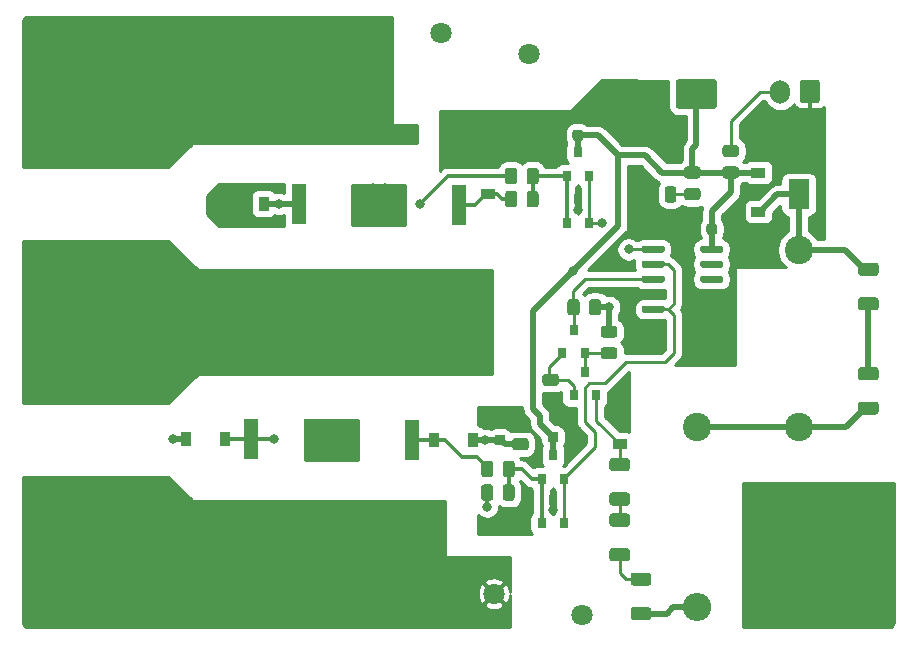
<source format=gtl>
%TF.GenerationSoftware,KiCad,Pcbnew,5.1.7-a382d34a8~87~ubuntu18.04.1*%
%TF.CreationDate,2021-12-24T14:38:43-05:00*%
%TF.ProjectId,Source_Balancer_SMD,536f7572-6365-45f4-9261-6c616e636572,rev?*%
%TF.SameCoordinates,Original*%
%TF.FileFunction,Copper,L1,Top*%
%TF.FilePolarity,Positive*%
%FSLAX46Y46*%
G04 Gerber Fmt 4.6, Leading zero omitted, Abs format (unit mm)*
G04 Created by KiCad (PCBNEW 5.1.7-a382d34a8~87~ubuntu18.04.1) date 2021-12-24 14:38:43*
%MOMM*%
%LPD*%
G01*
G04 APERTURE LIST*
%TA.AperFunction,ComponentPad*%
%ADD10O,1.700000X2.000000*%
%TD*%
%TA.AperFunction,SMDPad,CuDef*%
%ADD11R,0.900000X1.200000*%
%TD*%
%TA.AperFunction,SMDPad,CuDef*%
%ADD12R,1.200000X0.900000*%
%TD*%
%TA.AperFunction,ComponentPad*%
%ADD13C,1.800000*%
%TD*%
%TA.AperFunction,ComponentPad*%
%ADD14O,2.400000X2.400000*%
%TD*%
%TA.AperFunction,ComponentPad*%
%ADD15C,2.400000*%
%TD*%
%TA.AperFunction,SMDPad,CuDef*%
%ADD16R,10.800000X9.000000*%
%TD*%
%TA.AperFunction,SMDPad,CuDef*%
%ADD17R,1.250000X3.500000*%
%TD*%
%TA.AperFunction,SMDPad,CuDef*%
%ADD18R,0.800000X0.900000*%
%TD*%
%TA.AperFunction,ComponentPad*%
%ADD19C,0.900000*%
%TD*%
%TA.AperFunction,ComponentPad*%
%ADD20C,10.600000*%
%TD*%
%TA.AperFunction,SMDPad,CuDef*%
%ADD21R,1.800000X2.500000*%
%TD*%
%TA.AperFunction,ViaPad*%
%ADD22C,0.800000*%
%TD*%
%TA.AperFunction,Conductor*%
%ADD23C,0.500000*%
%TD*%
%TA.AperFunction,Conductor*%
%ADD24C,0.250000*%
%TD*%
%TA.AperFunction,Conductor*%
%ADD25C,0.350000*%
%TD*%
%TA.AperFunction,Conductor*%
%ADD26C,0.254000*%
%TD*%
%TA.AperFunction,Conductor*%
%ADD27C,0.100000*%
%TD*%
G04 APERTURE END LIST*
%TO.P,R18,2*%
%TO.N,+15V*%
%TA.AperFunction,SMDPad,CuDef*%
G36*
G01*
X119099999Y-51837500D02*
X120000001Y-51837500D01*
G75*
G02*
X120250000Y-52087499I0J-249999D01*
G01*
X120250000Y-52612501D01*
G75*
G02*
X120000001Y-52862500I-249999J0D01*
G01*
X119099999Y-52862500D01*
G75*
G02*
X118850000Y-52612501I0J249999D01*
G01*
X118850000Y-52087499D01*
G75*
G02*
X119099999Y-51837500I249999J0D01*
G01*
G37*
%TD.AperFunction*%
%TO.P,R18,1*%
%TO.N,Net-(J5-Pad2)*%
%TA.AperFunction,SMDPad,CuDef*%
G36*
G01*
X119099999Y-50012500D02*
X120000001Y-50012500D01*
G75*
G02*
X120250000Y-50262499I0J-249999D01*
G01*
X120250000Y-50787501D01*
G75*
G02*
X120000001Y-51037500I-249999J0D01*
G01*
X119099999Y-51037500D01*
G75*
G02*
X118850000Y-50787501I0J249999D01*
G01*
X118850000Y-50262499D01*
G75*
G02*
X119099999Y-50012500I249999J0D01*
G01*
G37*
%TD.AperFunction*%
%TD*%
D10*
%TO.P,J5,2*%
%TO.N,Net-(J5-Pad2)*%
X123750000Y-45500000D03*
%TO.P,J5,1*%
%TO.N,GND*%
%TA.AperFunction,ComponentPad*%
G36*
G01*
X127100000Y-44750000D02*
X127100000Y-46250000D01*
G75*
G02*
X126850000Y-46500000I-250000J0D01*
G01*
X125650000Y-46500000D01*
G75*
G02*
X125400000Y-46250000I0J250000D01*
G01*
X125400000Y-44750000D01*
G75*
G02*
X125650000Y-44500000I250000J0D01*
G01*
X126850000Y-44500000D01*
G75*
G02*
X127100000Y-44750000I0J-250000D01*
G01*
G37*
%TD.AperFunction*%
%TD*%
%TO.P,U1,14*%
%TO.N,+15V*%
%TA.AperFunction,SMDPad,CuDef*%
G36*
G01*
X116950000Y-58990000D02*
X116950000Y-58690000D01*
G75*
G02*
X117100000Y-58540000I150000J0D01*
G01*
X118750000Y-58540000D01*
G75*
G02*
X118900000Y-58690000I0J-150000D01*
G01*
X118900000Y-58990000D01*
G75*
G02*
X118750000Y-59140000I-150000J0D01*
G01*
X117100000Y-59140000D01*
G75*
G02*
X116950000Y-58990000I0J150000D01*
G01*
G37*
%TD.AperFunction*%
%TO.P,U1,13*%
%TO.N,Net-(U1-Pad13)*%
%TA.AperFunction,SMDPad,CuDef*%
G36*
G01*
X116950000Y-60260000D02*
X116950000Y-59960000D01*
G75*
G02*
X117100000Y-59810000I150000J0D01*
G01*
X118750000Y-59810000D01*
G75*
G02*
X118900000Y-59960000I0J-150000D01*
G01*
X118900000Y-60260000D01*
G75*
G02*
X118750000Y-60410000I-150000J0D01*
G01*
X117100000Y-60410000D01*
G75*
G02*
X116950000Y-60260000I0J150000D01*
G01*
G37*
%TD.AperFunction*%
%TO.P,U1,12*%
%TO.N,Net-(U1-Pad12)*%
%TA.AperFunction,SMDPad,CuDef*%
G36*
G01*
X116950000Y-61530000D02*
X116950000Y-61230000D01*
G75*
G02*
X117100000Y-61080000I150000J0D01*
G01*
X118750000Y-61080000D01*
G75*
G02*
X118900000Y-61230000I0J-150000D01*
G01*
X118900000Y-61530000D01*
G75*
G02*
X118750000Y-61680000I-150000J0D01*
G01*
X117100000Y-61680000D01*
G75*
G02*
X116950000Y-61530000I0J150000D01*
G01*
G37*
%TD.AperFunction*%
%TO.P,U1,11*%
%TO.N,GND*%
%TA.AperFunction,SMDPad,CuDef*%
G36*
G01*
X116950000Y-62800000D02*
X116950000Y-62500000D01*
G75*
G02*
X117100000Y-62350000I150000J0D01*
G01*
X118750000Y-62350000D01*
G75*
G02*
X118900000Y-62500000I0J-150000D01*
G01*
X118900000Y-62800000D01*
G75*
G02*
X118750000Y-62950000I-150000J0D01*
G01*
X117100000Y-62950000D01*
G75*
G02*
X116950000Y-62800000I0J150000D01*
G01*
G37*
%TD.AperFunction*%
%TO.P,U1,10*%
%TA.AperFunction,SMDPad,CuDef*%
G36*
G01*
X116950000Y-64070000D02*
X116950000Y-63770000D01*
G75*
G02*
X117100000Y-63620000I150000J0D01*
G01*
X118750000Y-63620000D01*
G75*
G02*
X118900000Y-63770000I0J-150000D01*
G01*
X118900000Y-64070000D01*
G75*
G02*
X118750000Y-64220000I-150000J0D01*
G01*
X117100000Y-64220000D01*
G75*
G02*
X116950000Y-64070000I0J150000D01*
G01*
G37*
%TD.AperFunction*%
%TO.P,U1,9*%
%TA.AperFunction,SMDPad,CuDef*%
G36*
G01*
X116950000Y-65340000D02*
X116950000Y-65040000D01*
G75*
G02*
X117100000Y-64890000I150000J0D01*
G01*
X118750000Y-64890000D01*
G75*
G02*
X118900000Y-65040000I0J-150000D01*
G01*
X118900000Y-65340000D01*
G75*
G02*
X118750000Y-65490000I-150000J0D01*
G01*
X117100000Y-65490000D01*
G75*
G02*
X116950000Y-65340000I0J150000D01*
G01*
G37*
%TD.AperFunction*%
%TO.P,U1,8*%
%TA.AperFunction,SMDPad,CuDef*%
G36*
G01*
X116950000Y-66610000D02*
X116950000Y-66310000D01*
G75*
G02*
X117100000Y-66160000I150000J0D01*
G01*
X118750000Y-66160000D01*
G75*
G02*
X118900000Y-66310000I0J-150000D01*
G01*
X118900000Y-66610000D01*
G75*
G02*
X118750000Y-66760000I-150000J0D01*
G01*
X117100000Y-66760000D01*
G75*
G02*
X116950000Y-66610000I0J150000D01*
G01*
G37*
%TD.AperFunction*%
%TO.P,U1,7*%
%TA.AperFunction,SMDPad,CuDef*%
G36*
G01*
X112000000Y-66610000D02*
X112000000Y-66310000D01*
G75*
G02*
X112150000Y-66160000I150000J0D01*
G01*
X113800000Y-66160000D01*
G75*
G02*
X113950000Y-66310000I0J-150000D01*
G01*
X113950000Y-66610000D01*
G75*
G02*
X113800000Y-66760000I-150000J0D01*
G01*
X112150000Y-66760000D01*
G75*
G02*
X112000000Y-66610000I0J150000D01*
G01*
G37*
%TD.AperFunction*%
%TO.P,U1,6*%
%TA.AperFunction,SMDPad,CuDef*%
G36*
G01*
X112000000Y-65340000D02*
X112000000Y-65040000D01*
G75*
G02*
X112150000Y-64890000I150000J0D01*
G01*
X113800000Y-64890000D01*
G75*
G02*
X113950000Y-65040000I0J-150000D01*
G01*
X113950000Y-65340000D01*
G75*
G02*
X113800000Y-65490000I-150000J0D01*
G01*
X112150000Y-65490000D01*
G75*
G02*
X112000000Y-65340000I0J150000D01*
G01*
G37*
%TD.AperFunction*%
%TO.P,U1,5*%
%TO.N,/B_EN*%
%TA.AperFunction,SMDPad,CuDef*%
G36*
G01*
X112000000Y-64070000D02*
X112000000Y-63770000D01*
G75*
G02*
X112150000Y-63620000I150000J0D01*
G01*
X113800000Y-63620000D01*
G75*
G02*
X113950000Y-63770000I0J-150000D01*
G01*
X113950000Y-64070000D01*
G75*
G02*
X113800000Y-64220000I-150000J0D01*
G01*
X112150000Y-64220000D01*
G75*
G02*
X112000000Y-64070000I0J150000D01*
G01*
G37*
%TD.AperFunction*%
%TO.P,U1,4*%
%TO.N,GND*%
%TA.AperFunction,SMDPad,CuDef*%
G36*
G01*
X112000000Y-62800000D02*
X112000000Y-62500000D01*
G75*
G02*
X112150000Y-62350000I150000J0D01*
G01*
X113800000Y-62350000D01*
G75*
G02*
X113950000Y-62500000I0J-150000D01*
G01*
X113950000Y-62800000D01*
G75*
G02*
X113800000Y-62950000I-150000J0D01*
G01*
X112150000Y-62950000D01*
G75*
G02*
X112000000Y-62800000I0J150000D01*
G01*
G37*
%TD.AperFunction*%
%TO.P,U1,3*%
%TO.N,Net-(Q2-Pad3)*%
%TA.AperFunction,SMDPad,CuDef*%
G36*
G01*
X112000000Y-61530000D02*
X112000000Y-61230000D01*
G75*
G02*
X112150000Y-61080000I150000J0D01*
G01*
X113800000Y-61080000D01*
G75*
G02*
X113950000Y-61230000I0J-150000D01*
G01*
X113950000Y-61530000D01*
G75*
G02*
X113800000Y-61680000I-150000J0D01*
G01*
X112150000Y-61680000D01*
G75*
G02*
X112000000Y-61530000I0J150000D01*
G01*
G37*
%TD.AperFunction*%
%TO.P,U1,2*%
%TO.N,/B_EN*%
%TA.AperFunction,SMDPad,CuDef*%
G36*
G01*
X112000000Y-60260000D02*
X112000000Y-59960000D01*
G75*
G02*
X112150000Y-59810000I150000J0D01*
G01*
X113800000Y-59810000D01*
G75*
G02*
X113950000Y-59960000I0J-150000D01*
G01*
X113950000Y-60260000D01*
G75*
G02*
X113800000Y-60410000I-150000J0D01*
G01*
X112150000Y-60410000D01*
G75*
G02*
X112000000Y-60260000I0J150000D01*
G01*
G37*
%TD.AperFunction*%
%TO.P,U1,1*%
%TO.N,/A_EN*%
%TA.AperFunction,SMDPad,CuDef*%
G36*
G01*
X112000000Y-58990000D02*
X112000000Y-58690000D01*
G75*
G02*
X112150000Y-58540000I150000J0D01*
G01*
X113800000Y-58540000D01*
G75*
G02*
X113950000Y-58690000I0J-150000D01*
G01*
X113950000Y-58990000D01*
G75*
G02*
X113800000Y-59140000I-150000J0D01*
G01*
X112150000Y-59140000D01*
G75*
G02*
X112000000Y-58990000I0J150000D01*
G01*
G37*
%TD.AperFunction*%
%TD*%
D11*
%TO.P,D8,2*%
%TO.N,Net-(C6-Pad1)*%
X73400000Y-74900000D03*
%TO.P,D8,1*%
%TO.N,Net-(D8-Pad1)*%
X76700000Y-74900000D03*
%TD*%
D12*
%TO.P,D7,2*%
%TO.N,GND*%
X99000000Y-50850000D03*
%TO.P,D7,1*%
%TO.N,Net-(D7-Pad1)*%
X99000000Y-54150000D03*
%TD*%
D11*
%TO.P,D6,2*%
%TO.N,Net-(C6-Pad1)*%
X97750000Y-75000000D03*
%TO.P,D6,1*%
%TO.N,Net-(D6-Pad1)*%
X94450000Y-75000000D03*
%TD*%
%TO.P,D5,2*%
%TO.N,GND*%
X76700000Y-55000000D03*
%TO.P,D5,1*%
%TO.N,Net-(D5-Pad1)*%
X80000000Y-55000000D03*
%TD*%
D13*
%TO.P,RV2,2*%
%TO.N,NEUT*%
X107000000Y-89800000D03*
%TO.P,RV2,1*%
%TO.N,/LIVE_B*%
X99500000Y-88000000D03*
%TD*%
%TO.P,RV1,2*%
%TO.N,NEUT*%
X102500000Y-42300000D03*
%TO.P,RV1,1*%
%TO.N,/LIVE_A*%
X95000000Y-40500000D03*
%TD*%
%TO.P,R17,2*%
%TO.N,Net-(C6-Pad1)*%
%TA.AperFunction,SMDPad,CuDef*%
G36*
G01*
X101299999Y-74837500D02*
X102200001Y-74837500D01*
G75*
G02*
X102450000Y-75087499I0J-249999D01*
G01*
X102450000Y-75612501D01*
G75*
G02*
X102200001Y-75862500I-249999J0D01*
G01*
X101299999Y-75862500D01*
G75*
G02*
X101050000Y-75612501I0J249999D01*
G01*
X101050000Y-75087499D01*
G75*
G02*
X101299999Y-74837500I249999J0D01*
G01*
G37*
%TD.AperFunction*%
%TO.P,R17,1*%
%TO.N,GND*%
%TA.AperFunction,SMDPad,CuDef*%
G36*
G01*
X101299999Y-73012500D02*
X102200001Y-73012500D01*
G75*
G02*
X102450000Y-73262499I0J-249999D01*
G01*
X102450000Y-73787501D01*
G75*
G02*
X102200001Y-74037500I-249999J0D01*
G01*
X101299999Y-74037500D01*
G75*
G02*
X101050000Y-73787501I0J249999D01*
G01*
X101050000Y-73262499D01*
G75*
G02*
X101299999Y-73012500I249999J0D01*
G01*
G37*
%TD.AperFunction*%
%TD*%
%TO.P,R16,2*%
%TO.N,Net-(Q5-Pad1)*%
%TA.AperFunction,SMDPad,CuDef*%
G36*
G01*
X100237500Y-79900001D02*
X100237500Y-78999999D01*
G75*
G02*
X100487499Y-78750000I249999J0D01*
G01*
X101012501Y-78750000D01*
G75*
G02*
X101262500Y-78999999I0J-249999D01*
G01*
X101262500Y-79900001D01*
G75*
G02*
X101012501Y-80150000I-249999J0D01*
G01*
X100487499Y-80150000D01*
G75*
G02*
X100237500Y-79900001I0J249999D01*
G01*
G37*
%TD.AperFunction*%
%TO.P,R16,1*%
%TO.N,Net-(D8-Pad1)*%
%TA.AperFunction,SMDPad,CuDef*%
G36*
G01*
X98412500Y-79900001D02*
X98412500Y-78999999D01*
G75*
G02*
X98662499Y-78750000I249999J0D01*
G01*
X99187501Y-78750000D01*
G75*
G02*
X99437500Y-78999999I0J-249999D01*
G01*
X99437500Y-79900001D01*
G75*
G02*
X99187501Y-80150000I-249999J0D01*
G01*
X98662499Y-80150000D01*
G75*
G02*
X98412500Y-79900001I0J249999D01*
G01*
G37*
%TD.AperFunction*%
%TD*%
%TO.P,R15,2*%
%TO.N,Net-(Q3-Pad1)*%
%TA.AperFunction,SMDPad,CuDef*%
G36*
G01*
X102262500Y-55050001D02*
X102262500Y-54149999D01*
G75*
G02*
X102512499Y-53900000I249999J0D01*
G01*
X103037501Y-53900000D01*
G75*
G02*
X103287500Y-54149999I0J-249999D01*
G01*
X103287500Y-55050001D01*
G75*
G02*
X103037501Y-55300000I-249999J0D01*
G01*
X102512499Y-55300000D01*
G75*
G02*
X102262500Y-55050001I0J249999D01*
G01*
G37*
%TD.AperFunction*%
%TO.P,R15,1*%
%TO.N,Net-(D7-Pad1)*%
%TA.AperFunction,SMDPad,CuDef*%
G36*
G01*
X100437500Y-55050001D02*
X100437500Y-54149999D01*
G75*
G02*
X100687499Y-53900000I249999J0D01*
G01*
X101212501Y-53900000D01*
G75*
G02*
X101462500Y-54149999I0J-249999D01*
G01*
X101462500Y-55050001D01*
G75*
G02*
X101212501Y-55300000I-249999J0D01*
G01*
X100687499Y-55300000D01*
G75*
G02*
X100437500Y-55050001I0J249999D01*
G01*
G37*
%TD.AperFunction*%
%TD*%
%TO.P,R14,2*%
%TO.N,/LIVE_B*%
%TA.AperFunction,SMDPad,CuDef*%
G36*
G01*
X98874999Y-84800000D02*
X100125001Y-84800000D01*
G75*
G02*
X100375000Y-85049999I0J-249999D01*
G01*
X100375000Y-85675001D01*
G75*
G02*
X100125001Y-85925000I-249999J0D01*
G01*
X98874999Y-85925000D01*
G75*
G02*
X98625000Y-85675001I0J249999D01*
G01*
X98625000Y-85049999D01*
G75*
G02*
X98874999Y-84800000I249999J0D01*
G01*
G37*
%TD.AperFunction*%
%TO.P,R14,1*%
%TO.N,GND*%
%TA.AperFunction,SMDPad,CuDef*%
G36*
G01*
X98874999Y-81875000D02*
X100125001Y-81875000D01*
G75*
G02*
X100375000Y-82124999I0J-249999D01*
G01*
X100375000Y-82750001D01*
G75*
G02*
X100125001Y-83000000I-249999J0D01*
G01*
X98874999Y-83000000D01*
G75*
G02*
X98625000Y-82750001I0J249999D01*
G01*
X98625000Y-82124999D01*
G75*
G02*
X98874999Y-81875000I249999J0D01*
G01*
G37*
%TD.AperFunction*%
%TD*%
%TO.P,R13,2*%
%TO.N,/LIVE_A*%
%TA.AperFunction,SMDPad,CuDef*%
G36*
G01*
X93100000Y-48474999D02*
X93100000Y-49725001D01*
G75*
G02*
X92850001Y-49975000I-249999J0D01*
G01*
X92224999Y-49975000D01*
G75*
G02*
X91975000Y-49725001I0J249999D01*
G01*
X91975000Y-48474999D01*
G75*
G02*
X92224999Y-48225000I249999J0D01*
G01*
X92850001Y-48225000D01*
G75*
G02*
X93100000Y-48474999I0J-249999D01*
G01*
G37*
%TD.AperFunction*%
%TO.P,R13,1*%
%TO.N,GND*%
%TA.AperFunction,SMDPad,CuDef*%
G36*
G01*
X96025000Y-48474999D02*
X96025000Y-49725001D01*
G75*
G02*
X95775001Y-49975000I-249999J0D01*
G01*
X95149999Y-49975000D01*
G75*
G02*
X94900000Y-49725001I0J249999D01*
G01*
X94900000Y-48474999D01*
G75*
G02*
X95149999Y-48225000I249999J0D01*
G01*
X95775001Y-48225000D01*
G75*
G02*
X96025000Y-48474999I0J-249999D01*
G01*
G37*
%TD.AperFunction*%
%TD*%
%TO.P,R12,2*%
%TO.N,Net-(Q5-Pad1)*%
%TA.AperFunction,SMDPad,CuDef*%
G36*
G01*
X100237500Y-77900001D02*
X100237500Y-76999999D01*
G75*
G02*
X100487499Y-76750000I249999J0D01*
G01*
X101012501Y-76750000D01*
G75*
G02*
X101262500Y-76999999I0J-249999D01*
G01*
X101262500Y-77900001D01*
G75*
G02*
X101012501Y-78150000I-249999J0D01*
G01*
X100487499Y-78150000D01*
G75*
G02*
X100237500Y-77900001I0J249999D01*
G01*
G37*
%TD.AperFunction*%
%TO.P,R12,1*%
%TO.N,Net-(D6-Pad1)*%
%TA.AperFunction,SMDPad,CuDef*%
G36*
G01*
X98412500Y-77900001D02*
X98412500Y-76999999D01*
G75*
G02*
X98662499Y-76750000I249999J0D01*
G01*
X99187501Y-76750000D01*
G75*
G02*
X99437500Y-76999999I0J-249999D01*
G01*
X99437500Y-77900001D01*
G75*
G02*
X99187501Y-78150000I-249999J0D01*
G01*
X98662499Y-78150000D01*
G75*
G02*
X98412500Y-77900001I0J249999D01*
G01*
G37*
%TD.AperFunction*%
%TD*%
%TO.P,R11,2*%
%TO.N,Net-(Q3-Pad1)*%
%TA.AperFunction,SMDPad,CuDef*%
G36*
G01*
X102262500Y-53100001D02*
X102262500Y-52199999D01*
G75*
G02*
X102512499Y-51950000I249999J0D01*
G01*
X103037501Y-51950000D01*
G75*
G02*
X103287500Y-52199999I0J-249999D01*
G01*
X103287500Y-53100001D01*
G75*
G02*
X103037501Y-53350000I-249999J0D01*
G01*
X102512499Y-53350000D01*
G75*
G02*
X102262500Y-53100001I0J249999D01*
G01*
G37*
%TD.AperFunction*%
%TO.P,R11,1*%
%TO.N,Net-(D5-Pad1)*%
%TA.AperFunction,SMDPad,CuDef*%
G36*
G01*
X100437500Y-53100001D02*
X100437500Y-52199999D01*
G75*
G02*
X100687499Y-51950000I249999J0D01*
G01*
X101212501Y-51950000D01*
G75*
G02*
X101462500Y-52199999I0J-249999D01*
G01*
X101462500Y-53100001D01*
G75*
G02*
X101212501Y-53350000I-249999J0D01*
G01*
X100687499Y-53350000D01*
G75*
G02*
X100437500Y-53100001I0J249999D01*
G01*
G37*
%TD.AperFunction*%
%TD*%
%TO.P,R10,2*%
%TO.N,+15V*%
%TA.AperFunction,SMDPad,CuDef*%
G36*
G01*
X107550000Y-64200001D02*
X107550000Y-63299999D01*
G75*
G02*
X107799999Y-63050000I249999J0D01*
G01*
X108325001Y-63050000D01*
G75*
G02*
X108575000Y-63299999I0J-249999D01*
G01*
X108575000Y-64200001D01*
G75*
G02*
X108325001Y-64450000I-249999J0D01*
G01*
X107799999Y-64450000D01*
G75*
G02*
X107550000Y-64200001I0J249999D01*
G01*
G37*
%TD.AperFunction*%
%TO.P,R10,1*%
%TO.N,Net-(Q2-Pad3)*%
%TA.AperFunction,SMDPad,CuDef*%
G36*
G01*
X105725000Y-64200001D02*
X105725000Y-63299999D01*
G75*
G02*
X105974999Y-63050000I249999J0D01*
G01*
X106500001Y-63050000D01*
G75*
G02*
X106750000Y-63299999I0J-249999D01*
G01*
X106750000Y-64200001D01*
G75*
G02*
X106500001Y-64450000I-249999J0D01*
G01*
X105974999Y-64450000D01*
G75*
G02*
X105725000Y-64200001I0J249999D01*
G01*
G37*
%TD.AperFunction*%
%TD*%
%TO.P,R9,2*%
%TO.N,+15V*%
%TA.AperFunction,SMDPad,CuDef*%
G36*
G01*
X116750001Y-52862500D02*
X115849999Y-52862500D01*
G75*
G02*
X115600000Y-52612501I0J249999D01*
G01*
X115600000Y-52087499D01*
G75*
G02*
X115849999Y-51837500I249999J0D01*
G01*
X116750001Y-51837500D01*
G75*
G02*
X117000000Y-52087499I0J-249999D01*
G01*
X117000000Y-52612501D01*
G75*
G02*
X116750001Y-52862500I-249999J0D01*
G01*
G37*
%TD.AperFunction*%
%TO.P,R9,1*%
%TO.N,Net-(D4-Pad2)*%
%TA.AperFunction,SMDPad,CuDef*%
G36*
G01*
X116750001Y-54687500D02*
X115849999Y-54687500D01*
G75*
G02*
X115600000Y-54437501I0J249999D01*
G01*
X115600000Y-53912499D01*
G75*
G02*
X115849999Y-53662500I249999J0D01*
G01*
X116750001Y-53662500D01*
G75*
G02*
X117000000Y-53912499I0J-249999D01*
G01*
X117000000Y-54437501D01*
G75*
G02*
X116750001Y-54687500I-249999J0D01*
G01*
G37*
%TD.AperFunction*%
%TD*%
%TO.P,R8,2*%
%TO.N,GND*%
%TA.AperFunction,SMDPad,CuDef*%
G36*
G01*
X103849999Y-71212500D02*
X104750001Y-71212500D01*
G75*
G02*
X105000000Y-71462499I0J-249999D01*
G01*
X105000000Y-71987501D01*
G75*
G02*
X104750001Y-72237500I-249999J0D01*
G01*
X103849999Y-72237500D01*
G75*
G02*
X103600000Y-71987501I0J249999D01*
G01*
X103600000Y-71462499D01*
G75*
G02*
X103849999Y-71212500I249999J0D01*
G01*
G37*
%TD.AperFunction*%
%TO.P,R8,1*%
%TO.N,Net-(Q1-Pad1)*%
%TA.AperFunction,SMDPad,CuDef*%
G36*
G01*
X103849999Y-69387500D02*
X104750001Y-69387500D01*
G75*
G02*
X105000000Y-69637499I0J-249999D01*
G01*
X105000000Y-70162501D01*
G75*
G02*
X104750001Y-70412500I-249999J0D01*
G01*
X103849999Y-70412500D01*
G75*
G02*
X103600000Y-70162501I0J249999D01*
G01*
X103600000Y-69637499D01*
G75*
G02*
X103849999Y-69387500I249999J0D01*
G01*
G37*
%TD.AperFunction*%
%TD*%
%TO.P,R7,2*%
%TO.N,+15V*%
%TA.AperFunction,SMDPad,CuDef*%
G36*
G01*
X109700001Y-66337500D02*
X108799999Y-66337500D01*
G75*
G02*
X108550000Y-66087501I0J249999D01*
G01*
X108550000Y-65562499D01*
G75*
G02*
X108799999Y-65312500I249999J0D01*
G01*
X109700001Y-65312500D01*
G75*
G02*
X109950000Y-65562499I0J-249999D01*
G01*
X109950000Y-66087501D01*
G75*
G02*
X109700001Y-66337500I-249999J0D01*
G01*
G37*
%TD.AperFunction*%
%TO.P,R7,1*%
%TO.N,Net-(Q1-Pad3)*%
%TA.AperFunction,SMDPad,CuDef*%
G36*
G01*
X109700001Y-68162500D02*
X108799999Y-68162500D01*
G75*
G02*
X108550000Y-67912501I0J249999D01*
G01*
X108550000Y-67387499D01*
G75*
G02*
X108799999Y-67137500I249999J0D01*
G01*
X109700001Y-67137500D01*
G75*
G02*
X109950000Y-67387499I0J-249999D01*
G01*
X109950000Y-67912501D01*
G75*
G02*
X109700001Y-68162500I-249999J0D01*
G01*
G37*
%TD.AperFunction*%
%TD*%
D14*
%TO.P,R6,2*%
%TO.N,NEUT*%
X116700000Y-89150000D03*
D15*
%TO.P,R6,1*%
%TO.N,Net-(C1-Pad1)*%
X116700000Y-73910000D03*
%TD*%
%TO.P,R5,2*%
%TO.N,Net-(R4-Pad1)*%
%TA.AperFunction,SMDPad,CuDef*%
G36*
G01*
X112575001Y-87337500D02*
X111324999Y-87337500D01*
G75*
G02*
X111075000Y-87087501I0J249999D01*
G01*
X111075000Y-86462499D01*
G75*
G02*
X111324999Y-86212500I249999J0D01*
G01*
X112575001Y-86212500D01*
G75*
G02*
X112825000Y-86462499I0J-249999D01*
G01*
X112825000Y-87087501D01*
G75*
G02*
X112575001Y-87337500I-249999J0D01*
G01*
G37*
%TD.AperFunction*%
%TO.P,R5,1*%
%TO.N,NEUT*%
%TA.AperFunction,SMDPad,CuDef*%
G36*
G01*
X112575001Y-90262500D02*
X111324999Y-90262500D01*
G75*
G02*
X111075000Y-90012501I0J249999D01*
G01*
X111075000Y-89387499D01*
G75*
G02*
X111324999Y-89137500I249999J0D01*
G01*
X112575001Y-89137500D01*
G75*
G02*
X112825000Y-89387499I0J-249999D01*
G01*
X112825000Y-90012501D01*
G75*
G02*
X112575001Y-90262500I-249999J0D01*
G01*
G37*
%TD.AperFunction*%
%TD*%
%TO.P,R4,2*%
%TO.N,Net-(R3-Pad1)*%
%TA.AperFunction,SMDPad,CuDef*%
G36*
G01*
X110775001Y-82337500D02*
X109524999Y-82337500D01*
G75*
G02*
X109275000Y-82087501I0J249999D01*
G01*
X109275000Y-81462499D01*
G75*
G02*
X109524999Y-81212500I249999J0D01*
G01*
X110775001Y-81212500D01*
G75*
G02*
X111025000Y-81462499I0J-249999D01*
G01*
X111025000Y-82087501D01*
G75*
G02*
X110775001Y-82337500I-249999J0D01*
G01*
G37*
%TD.AperFunction*%
%TO.P,R4,1*%
%TO.N,Net-(R4-Pad1)*%
%TA.AperFunction,SMDPad,CuDef*%
G36*
G01*
X110775001Y-85262500D02*
X109524999Y-85262500D01*
G75*
G02*
X109275000Y-85012501I0J249999D01*
G01*
X109275000Y-84387499D01*
G75*
G02*
X109524999Y-84137500I249999J0D01*
G01*
X110775001Y-84137500D01*
G75*
G02*
X111025000Y-84387499I0J-249999D01*
G01*
X111025000Y-85012501D01*
G75*
G02*
X110775001Y-85262500I-249999J0D01*
G01*
G37*
%TD.AperFunction*%
%TD*%
%TO.P,R3,2*%
%TO.N,Net-(D2-Pad1)*%
%TA.AperFunction,SMDPad,CuDef*%
G36*
G01*
X110775001Y-77637500D02*
X109524999Y-77637500D01*
G75*
G02*
X109275000Y-77387501I0J249999D01*
G01*
X109275000Y-76762499D01*
G75*
G02*
X109524999Y-76512500I249999J0D01*
G01*
X110775001Y-76512500D01*
G75*
G02*
X111025000Y-76762499I0J-249999D01*
G01*
X111025000Y-77387501D01*
G75*
G02*
X110775001Y-77637500I-249999J0D01*
G01*
G37*
%TD.AperFunction*%
%TO.P,R3,1*%
%TO.N,Net-(R3-Pad1)*%
%TA.AperFunction,SMDPad,CuDef*%
G36*
G01*
X110775001Y-80562500D02*
X109524999Y-80562500D01*
G75*
G02*
X109275000Y-80312501I0J249999D01*
G01*
X109275000Y-79687499D01*
G75*
G02*
X109524999Y-79437500I249999J0D01*
G01*
X110775001Y-79437500D01*
G75*
G02*
X111025000Y-79687499I0J-249999D01*
G01*
X111025000Y-80312501D01*
G75*
G02*
X110775001Y-80562500I-249999J0D01*
G01*
G37*
%TD.AperFunction*%
%TD*%
%TO.P,R2,2*%
%TO.N,Net-(C1-Pad2)*%
%TA.AperFunction,SMDPad,CuDef*%
G36*
G01*
X131825001Y-61100000D02*
X130574999Y-61100000D01*
G75*
G02*
X130325000Y-60850001I0J249999D01*
G01*
X130325000Y-60224999D01*
G75*
G02*
X130574999Y-59975000I249999J0D01*
G01*
X131825001Y-59975000D01*
G75*
G02*
X132075000Y-60224999I0J-249999D01*
G01*
X132075000Y-60850001D01*
G75*
G02*
X131825001Y-61100000I-249999J0D01*
G01*
G37*
%TD.AperFunction*%
%TO.P,R2,1*%
%TO.N,Net-(R1-Pad2)*%
%TA.AperFunction,SMDPad,CuDef*%
G36*
G01*
X131825001Y-64025000D02*
X130574999Y-64025000D01*
G75*
G02*
X130325000Y-63775001I0J249999D01*
G01*
X130325000Y-63149999D01*
G75*
G02*
X130574999Y-62900000I249999J0D01*
G01*
X131825001Y-62900000D01*
G75*
G02*
X132075000Y-63149999I0J-249999D01*
G01*
X132075000Y-63775001D01*
G75*
G02*
X131825001Y-64025000I-249999J0D01*
G01*
G37*
%TD.AperFunction*%
%TD*%
%TO.P,R1,2*%
%TO.N,Net-(R1-Pad2)*%
%TA.AperFunction,SMDPad,CuDef*%
G36*
G01*
X131825001Y-69937500D02*
X130574999Y-69937500D01*
G75*
G02*
X130325000Y-69687501I0J249999D01*
G01*
X130325000Y-69062499D01*
G75*
G02*
X130574999Y-68812500I249999J0D01*
G01*
X131825001Y-68812500D01*
G75*
G02*
X132075000Y-69062499I0J-249999D01*
G01*
X132075000Y-69687501D01*
G75*
G02*
X131825001Y-69937500I-249999J0D01*
G01*
G37*
%TD.AperFunction*%
%TO.P,R1,1*%
%TO.N,Net-(C1-Pad1)*%
%TA.AperFunction,SMDPad,CuDef*%
G36*
G01*
X131825001Y-72862500D02*
X130574999Y-72862500D01*
G75*
G02*
X130325000Y-72612501I0J249999D01*
G01*
X130325000Y-71987499D01*
G75*
G02*
X130574999Y-71737500I249999J0D01*
G01*
X131825001Y-71737500D01*
G75*
G02*
X132075000Y-71987499I0J-249999D01*
G01*
X132075000Y-72612501D01*
G75*
G02*
X131825001Y-72862500I-249999J0D01*
G01*
G37*
%TD.AperFunction*%
%TD*%
D16*
%TO.P,Q10,2*%
%TO.N,/LIVE_OUT*%
X81500000Y-65000000D03*
D17*
%TO.P,Q10,3*%
%TO.N,Net-(C6-Pad1)*%
X84040000Y-74875000D03*
%TO.P,Q10,1*%
%TO.N,Net-(D8-Pad1)*%
X78960000Y-74875000D03*
%TD*%
D16*
%TO.P,Q9,2*%
%TO.N,/LIVE_OUT*%
X94000000Y-65000000D03*
D17*
%TO.P,Q9,3*%
%TO.N,GND*%
X91460000Y-55125000D03*
%TO.P,Q9,1*%
%TO.N,Net-(D7-Pad1)*%
X96540000Y-55125000D03*
%TD*%
D16*
%TO.P,Q8,2*%
%TO.N,/LIVE_B*%
X90040000Y-84875000D03*
D17*
%TO.P,Q8,3*%
%TO.N,Net-(C6-Pad1)*%
X87500000Y-75000000D03*
%TO.P,Q8,1*%
%TO.N,Net-(D6-Pad1)*%
X92580000Y-75000000D03*
%TD*%
D16*
%TO.P,Q7,2*%
%TO.N,/LIVE_A*%
X85500000Y-45125000D03*
D17*
%TO.P,Q7,3*%
%TO.N,GND*%
X88040000Y-55000000D03*
%TO.P,Q7,1*%
%TO.N,Net-(D5-Pad1)*%
X82960000Y-55000000D03*
%TD*%
D18*
%TO.P,Q6,3*%
%TO.N,GND*%
X104500000Y-80050000D03*
%TO.P,Q6,2*%
%TO.N,/B_EN*%
X105450000Y-82050000D03*
%TO.P,Q6,1*%
%TO.N,Net-(Q5-Pad1)*%
X103550000Y-82050000D03*
%TD*%
%TO.P,Q5,3*%
%TO.N,+15V*%
X104500000Y-76300000D03*
%TO.P,Q5,2*%
%TO.N,/B_EN*%
X105450000Y-78300000D03*
%TO.P,Q5,1*%
%TO.N,Net-(Q5-Pad1)*%
X103550000Y-78300000D03*
%TD*%
%TO.P,Q4,3*%
%TO.N,GND*%
X106600000Y-54600000D03*
%TO.P,Q4,2*%
%TO.N,/A_EN*%
X107550000Y-56600000D03*
%TO.P,Q4,1*%
%TO.N,Net-(Q3-Pad1)*%
X105650000Y-56600000D03*
%TD*%
%TO.P,Q3,3*%
%TO.N,+15V*%
X106600000Y-50650000D03*
%TO.P,Q3,2*%
%TO.N,/A_EN*%
X107550000Y-52650000D03*
%TO.P,Q3,1*%
%TO.N,Net-(Q3-Pad1)*%
X105650000Y-52650000D03*
%TD*%
%TO.P,Q2,3*%
%TO.N,Net-(Q2-Pad3)*%
X106250000Y-65650000D03*
%TO.P,Q2,2*%
%TO.N,Net-(Q1-Pad3)*%
X107200000Y-67650000D03*
%TO.P,Q2,1*%
%TO.N,Net-(Q1-Pad1)*%
X105300000Y-67650000D03*
%TD*%
%TO.P,Q1,3*%
%TO.N,Net-(Q1-Pad3)*%
X107200000Y-69200000D03*
%TO.P,Q1,2*%
%TO.N,Net-(D2-Pad1)*%
X108150000Y-71200000D03*
%TO.P,Q1,1*%
%TO.N,Net-(Q1-Pad1)*%
X106250000Y-71200000D03*
%TD*%
D19*
%TO.P,J4,1*%
%TO.N,/LIVE_OUT*%
X67810749Y-62189251D03*
X65000000Y-61025000D03*
X62189251Y-62189251D03*
X61025000Y-65000000D03*
X62189251Y-67810749D03*
X65000000Y-68975000D03*
X67810749Y-67810749D03*
X68975000Y-65000000D03*
D20*
X65000000Y-65000000D03*
%TD*%
D19*
%TO.P,J3,1*%
%TO.N,/LIVE_B*%
X67810749Y-82189251D03*
X65000000Y-81025000D03*
X62189251Y-82189251D03*
X61025000Y-85000000D03*
X62189251Y-87810749D03*
X65000000Y-88975000D03*
X67810749Y-87810749D03*
X68975000Y-85000000D03*
D20*
X65000000Y-85000000D03*
%TD*%
D19*
%TO.P,J2,1*%
%TO.N,/LIVE_A*%
X67810749Y-42189251D03*
X65000000Y-41025000D03*
X62189251Y-42189251D03*
X61025000Y-45000000D03*
X62189251Y-47810749D03*
X65000000Y-48975000D03*
X67810749Y-47810749D03*
X68975000Y-45000000D03*
D20*
X65000000Y-45000000D03*
%TD*%
D19*
%TO.P,J1,1*%
%TO.N,NEUT*%
X130810749Y-82689251D03*
X128000000Y-81525000D03*
X125189251Y-82689251D03*
X124025000Y-85500000D03*
X125189251Y-88310749D03*
X128000000Y-89475000D03*
X130810749Y-88310749D03*
X131975000Y-85500000D03*
D20*
X128000000Y-85500000D03*
%TD*%
%TO.P,D4,2*%
%TO.N,Net-(D4-Pad2)*%
%TA.AperFunction,SMDPad,CuDef*%
G36*
G01*
X113962500Y-54656250D02*
X113962500Y-53743750D01*
G75*
G02*
X114206250Y-53500000I243750J0D01*
G01*
X114693750Y-53500000D01*
G75*
G02*
X114937500Y-53743750I0J-243750D01*
G01*
X114937500Y-54656250D01*
G75*
G02*
X114693750Y-54900000I-243750J0D01*
G01*
X114206250Y-54900000D01*
G75*
G02*
X113962500Y-54656250I0J243750D01*
G01*
G37*
%TD.AperFunction*%
%TO.P,D4,1*%
%TO.N,GND*%
%TA.AperFunction,SMDPad,CuDef*%
G36*
G01*
X112087500Y-54656250D02*
X112087500Y-53743750D01*
G75*
G02*
X112331250Y-53500000I243750J0D01*
G01*
X112818750Y-53500000D01*
G75*
G02*
X113062500Y-53743750I0J-243750D01*
G01*
X113062500Y-54656250D01*
G75*
G02*
X112818750Y-54900000I-243750J0D01*
G01*
X112331250Y-54900000D01*
G75*
G02*
X112087500Y-54656250I0J243750D01*
G01*
G37*
%TD.AperFunction*%
%TD*%
D12*
%TO.P,D3,2*%
%TO.N,Net-(C1-Pad2)*%
X121900000Y-55650000D03*
%TO.P,D3,1*%
%TO.N,+15V*%
X121900000Y-52350000D03*
%TD*%
%TO.P,D2,2*%
%TO.N,GND*%
X110150000Y-72050000D03*
%TO.P,D2,1*%
%TO.N,Net-(D2-Pad1)*%
X110150000Y-75350000D03*
%TD*%
D21*
%TO.P,D1,2*%
%TO.N,GND*%
X125300000Y-50200000D03*
%TO.P,D1,1*%
%TO.N,Net-(C1-Pad2)*%
X125300000Y-54200000D03*
%TD*%
%TO.P,C6,2*%
%TO.N,GND*%
%TA.AperFunction,SMDPad,CuDef*%
G36*
G01*
X100250000Y-73900000D02*
X99750000Y-73900000D01*
G75*
G02*
X99525000Y-73675000I0J225000D01*
G01*
X99525000Y-73225000D01*
G75*
G02*
X99750000Y-73000000I225000J0D01*
G01*
X100250000Y-73000000D01*
G75*
G02*
X100475000Y-73225000I0J-225000D01*
G01*
X100475000Y-73675000D01*
G75*
G02*
X100250000Y-73900000I-225000J0D01*
G01*
G37*
%TD.AperFunction*%
%TO.P,C6,1*%
%TO.N,Net-(C6-Pad1)*%
%TA.AperFunction,SMDPad,CuDef*%
G36*
G01*
X100250000Y-75450000D02*
X99750000Y-75450000D01*
G75*
G02*
X99525000Y-75225000I0J225000D01*
G01*
X99525000Y-74775000D01*
G75*
G02*
X99750000Y-74550000I225000J0D01*
G01*
X100250000Y-74550000D01*
G75*
G02*
X100475000Y-74775000I0J-225000D01*
G01*
X100475000Y-75225000D01*
G75*
G02*
X100250000Y-75450000I-225000J0D01*
G01*
G37*
%TD.AperFunction*%
%TD*%
%TO.P,C5,2*%
%TO.N,GND*%
%TA.AperFunction,SMDPad,CuDef*%
G36*
G01*
X105600000Y-75000000D02*
X105600000Y-74500000D01*
G75*
G02*
X105825000Y-74275000I225000J0D01*
G01*
X106275000Y-74275000D01*
G75*
G02*
X106500000Y-74500000I0J-225000D01*
G01*
X106500000Y-75000000D01*
G75*
G02*
X106275000Y-75225000I-225000J0D01*
G01*
X105825000Y-75225000D01*
G75*
G02*
X105600000Y-75000000I0J225000D01*
G01*
G37*
%TD.AperFunction*%
%TO.P,C5,1*%
%TO.N,+15V*%
%TA.AperFunction,SMDPad,CuDef*%
G36*
G01*
X104050000Y-75000000D02*
X104050000Y-74500000D01*
G75*
G02*
X104275000Y-74275000I225000J0D01*
G01*
X104725000Y-74275000D01*
G75*
G02*
X104950000Y-74500000I0J-225000D01*
G01*
X104950000Y-75000000D01*
G75*
G02*
X104725000Y-75225000I-225000J0D01*
G01*
X104275000Y-75225000D01*
G75*
G02*
X104050000Y-75000000I0J225000D01*
G01*
G37*
%TD.AperFunction*%
%TD*%
%TO.P,C4,2*%
%TO.N,GND*%
%TA.AperFunction,SMDPad,CuDef*%
G36*
G01*
X105500000Y-48950000D02*
X105500000Y-49450000D01*
G75*
G02*
X105275000Y-49675000I-225000J0D01*
G01*
X104825000Y-49675000D01*
G75*
G02*
X104600000Y-49450000I0J225000D01*
G01*
X104600000Y-48950000D01*
G75*
G02*
X104825000Y-48725000I225000J0D01*
G01*
X105275000Y-48725000D01*
G75*
G02*
X105500000Y-48950000I0J-225000D01*
G01*
G37*
%TD.AperFunction*%
%TO.P,C4,1*%
%TO.N,+15V*%
%TA.AperFunction,SMDPad,CuDef*%
G36*
G01*
X107050000Y-48950000D02*
X107050000Y-49450000D01*
G75*
G02*
X106825000Y-49675000I-225000J0D01*
G01*
X106375000Y-49675000D01*
G75*
G02*
X106150000Y-49450000I0J225000D01*
G01*
X106150000Y-48950000D01*
G75*
G02*
X106375000Y-48725000I225000J0D01*
G01*
X106825000Y-48725000D01*
G75*
G02*
X107050000Y-48950000I0J-225000D01*
G01*
G37*
%TD.AperFunction*%
%TD*%
%TO.P,C3,2*%
%TO.N,GND*%
%TA.AperFunction,SMDPad,CuDef*%
G36*
G01*
X116850000Y-56900000D02*
X116850000Y-57400000D01*
G75*
G02*
X116625000Y-57625000I-225000J0D01*
G01*
X116175000Y-57625000D01*
G75*
G02*
X115950000Y-57400000I0J225000D01*
G01*
X115950000Y-56900000D01*
G75*
G02*
X116175000Y-56675000I225000J0D01*
G01*
X116625000Y-56675000D01*
G75*
G02*
X116850000Y-56900000I0J-225000D01*
G01*
G37*
%TD.AperFunction*%
%TO.P,C3,1*%
%TO.N,+15V*%
%TA.AperFunction,SMDPad,CuDef*%
G36*
G01*
X118400000Y-56900000D02*
X118400000Y-57400000D01*
G75*
G02*
X118175000Y-57625000I-225000J0D01*
G01*
X117725000Y-57625000D01*
G75*
G02*
X117500000Y-57400000I0J225000D01*
G01*
X117500000Y-56900000D01*
G75*
G02*
X117725000Y-56675000I225000J0D01*
G01*
X118175000Y-56675000D01*
G75*
G02*
X118400000Y-56900000I0J-225000D01*
G01*
G37*
%TD.AperFunction*%
%TD*%
%TO.P,C2,2*%
%TO.N,GND*%
%TA.AperFunction,SMDPad,CuDef*%
G36*
G01*
X111900000Y-44700000D02*
X111900000Y-46700000D01*
G75*
G02*
X111650000Y-46950000I-250000J0D01*
G01*
X108650000Y-46950000D01*
G75*
G02*
X108400000Y-46700000I0J250000D01*
G01*
X108400000Y-44700000D01*
G75*
G02*
X108650000Y-44450000I250000J0D01*
G01*
X111650000Y-44450000D01*
G75*
G02*
X111900000Y-44700000I0J-250000D01*
G01*
G37*
%TD.AperFunction*%
%TO.P,C2,1*%
%TO.N,+15V*%
%TA.AperFunction,SMDPad,CuDef*%
G36*
G01*
X118400000Y-44700000D02*
X118400000Y-46700000D01*
G75*
G02*
X118150000Y-46950000I-250000J0D01*
G01*
X115150000Y-46950000D01*
G75*
G02*
X114900000Y-46700000I0J250000D01*
G01*
X114900000Y-44700000D01*
G75*
G02*
X115150000Y-44450000I250000J0D01*
G01*
X118150000Y-44450000D01*
G75*
G02*
X118400000Y-44700000I0J-250000D01*
G01*
G37*
%TD.AperFunction*%
%TD*%
D15*
%TO.P,C1,2*%
%TO.N,Net-(C1-Pad2)*%
X125300000Y-58900000D03*
%TO.P,C1,1*%
%TO.N,Net-(C1-Pad1)*%
X125300000Y-73900000D03*
%TD*%
D22*
%TO.N,GND*%
X111500000Y-54200000D03*
X104100000Y-49200000D03*
X106600000Y-55500000D03*
X104600000Y-72750000D03*
X110150000Y-71100000D03*
X115500000Y-57150000D03*
X107000000Y-74750000D03*
X104500000Y-80950000D03*
X100850000Y-72500000D03*
X99000000Y-49950000D03*
X112950000Y-67250000D03*
X75650000Y-54500000D03*
X96500000Y-49100000D03*
X100950000Y-82450000D03*
X107850000Y-46600000D03*
X107850000Y-45700000D03*
X125300000Y-48400000D03*
X89250000Y-56400000D03*
X90250000Y-56400000D03*
X89250000Y-53700000D03*
X90250000Y-53700000D03*
X75650000Y-55600000D03*
X117900000Y-67550000D03*
%TO.N,+15V*%
X109250000Y-63750000D03*
X106200000Y-60700000D03*
%TO.N,Net-(C6-Pad1)*%
X98750000Y-75000000D03*
X85250000Y-73600000D03*
X85250000Y-74950000D03*
X86250000Y-74950000D03*
X86250000Y-73600000D03*
X72350000Y-74900000D03*
%TO.N,Net-(D5-Pad1)*%
X81300000Y-55000000D03*
X93250000Y-55000000D03*
%TO.N,Net-(D8-Pad1)*%
X80925000Y-74875000D03*
X98925000Y-80625000D03*
%TO.N,/LIVE_A*%
X90000000Y-44000000D03*
X87000000Y-46000000D03*
X81000000Y-42000000D03*
X84000000Y-44000000D03*
X84000000Y-46000000D03*
X90000000Y-46000000D03*
X87000000Y-42000000D03*
X87000000Y-44000000D03*
X81000000Y-44000000D03*
X84000000Y-42000000D03*
X81000000Y-46000000D03*
X90000000Y-42000000D03*
X87000000Y-48000000D03*
X90000000Y-48000000D03*
X84000000Y-48000000D03*
X81000000Y-48000000D03*
%TO.N,/LIVE_B*%
X94500000Y-84000000D03*
X91500000Y-86000000D03*
X85500000Y-82000000D03*
X88500000Y-84000000D03*
X88500000Y-86000000D03*
X94500000Y-86000000D03*
X91500000Y-82000000D03*
X91500000Y-84000000D03*
X85500000Y-84000000D03*
X88500000Y-82000000D03*
X85500000Y-86000000D03*
X94500000Y-82000000D03*
X91500000Y-88000000D03*
X94500000Y-88000000D03*
X88500000Y-88000000D03*
X85500000Y-88000000D03*
%TO.N,/LIVE_OUT*%
X86000000Y-64000000D03*
X83000000Y-66000000D03*
X77000000Y-62000000D03*
X80000000Y-64000000D03*
X80000000Y-66000000D03*
X86000000Y-66000000D03*
X83000000Y-62000000D03*
X83000000Y-64000000D03*
X77000000Y-64000000D03*
X80000000Y-62000000D03*
X77000000Y-66000000D03*
X86000000Y-62000000D03*
X83000000Y-68000000D03*
X86000000Y-68000000D03*
X80000000Y-68000000D03*
X77000000Y-68000000D03*
X95500000Y-68000000D03*
X92500000Y-68000000D03*
X98500000Y-68000000D03*
X89500000Y-68000000D03*
X98500000Y-64000000D03*
X95500000Y-66000000D03*
X89500000Y-62000000D03*
X92500000Y-64000000D03*
X92500000Y-66000000D03*
X98500000Y-66000000D03*
X95500000Y-62000000D03*
X95500000Y-64000000D03*
X89500000Y-64000000D03*
X92500000Y-62000000D03*
X89500000Y-66000000D03*
X98500000Y-62000000D03*
%TO.N,/A_EN*%
X108650000Y-56600000D03*
X110900000Y-58850000D03*
%TD*%
D23*
%TO.N,Net-(C1-Pad2)*%
X125300000Y-58900000D02*
X125300000Y-54200000D01*
X123500000Y-54200000D02*
X125300000Y-54200000D01*
X122050000Y-55650000D02*
X123500000Y-54200000D01*
X121900000Y-55650000D02*
X122050000Y-55650000D01*
X130837500Y-60537500D02*
X131200000Y-60537500D01*
X125300000Y-58900000D02*
X129200000Y-58900000D01*
X129200000Y-58900000D02*
X130837500Y-60537500D01*
%TO.N,Net-(C1-Pad1)*%
X116710000Y-73900000D02*
X116700000Y-73910000D01*
X125300000Y-73900000D02*
X116710000Y-73900000D01*
X125312500Y-73912500D02*
X125300000Y-73900000D01*
X129287500Y-73912500D02*
X125312500Y-73912500D01*
X131200000Y-72300000D02*
X130900000Y-72300000D01*
X130900000Y-72300000D02*
X129287500Y-73912500D01*
%TO.N,+15V*%
X104500000Y-76300000D02*
X104500000Y-74750000D01*
X117950000Y-58815000D02*
X117925000Y-58840000D01*
X117950000Y-57150000D02*
X117950000Y-58815000D01*
X106600000Y-49200000D02*
X106600000Y-50650000D01*
X109250000Y-65825000D02*
X109250000Y-63750000D01*
X108062500Y-63750000D02*
X109250000Y-63750000D01*
X109250000Y-63750000D02*
X109250000Y-63750000D01*
X110000000Y-56850000D02*
X110000000Y-50900000D01*
X102800000Y-64050000D02*
X110000000Y-56850000D01*
X102800000Y-72350000D02*
X102800000Y-64050000D01*
X103400000Y-72950000D02*
X102800000Y-72350000D01*
X103400000Y-73650000D02*
X103400000Y-72950000D01*
X104500000Y-74750000D02*
X103400000Y-73650000D01*
X108300000Y-49200000D02*
X106600000Y-49200000D01*
X110000000Y-50900000D02*
X108300000Y-49200000D01*
X121900000Y-52350000D02*
X119100000Y-52350000D01*
X119550000Y-52350000D02*
X116300000Y-52350000D01*
X113750000Y-52350000D02*
X116300000Y-52350000D01*
X112300000Y-50900000D02*
X113750000Y-52350000D01*
X110000000Y-50900000D02*
X112300000Y-50900000D01*
X119550000Y-54000000D02*
X119550000Y-52350000D01*
X117950000Y-55600000D02*
X119550000Y-54000000D01*
X117950000Y-57150000D02*
X117950000Y-55600000D01*
X116300000Y-50350000D02*
X116300000Y-52350000D01*
X116650000Y-50000000D02*
X116300000Y-50350000D01*
X116650000Y-45700000D02*
X116650000Y-50000000D01*
%TO.N,Net-(C6-Pad1)*%
X73400000Y-74900000D02*
X72350000Y-74900000D01*
X97750000Y-75000000D02*
X98750000Y-75000000D01*
X98750000Y-75000000D02*
X99950000Y-75000000D01*
X100100000Y-75000000D02*
X100450000Y-75350000D01*
X100000000Y-75000000D02*
X100100000Y-75000000D01*
X100450000Y-75350000D02*
X101750000Y-75350000D01*
D24*
%TO.N,Net-(D2-Pad1)*%
X108150000Y-73350000D02*
X110150000Y-75350000D01*
X108150000Y-71200000D02*
X108150000Y-73350000D01*
X110150000Y-75350000D02*
X110150000Y-77075000D01*
%TO.N,Net-(D4-Pad2)*%
X116275000Y-54200000D02*
X116300000Y-54175000D01*
X114450000Y-54200000D02*
X116275000Y-54200000D01*
D23*
%TO.N,Net-(D5-Pad1)*%
X80000000Y-55000000D02*
X82960000Y-55000000D01*
D25*
X100900000Y-52650000D02*
X100950000Y-52600000D01*
X95600000Y-52650000D02*
X100900000Y-52650000D01*
X93250000Y-55000000D02*
X95600000Y-52650000D01*
%TO.N,Net-(D6-Pad1)*%
X92580000Y-75000000D02*
X94450000Y-75000000D01*
X98925000Y-77275000D02*
X98925000Y-77450000D01*
X98050000Y-76400000D02*
X98925000Y-77275000D01*
X96800000Y-76400000D02*
X98050000Y-76400000D01*
X95400000Y-75000000D02*
X96800000Y-76400000D01*
X94450000Y-75000000D02*
X95400000Y-75000000D01*
%TO.N,Net-(D7-Pad1)*%
X97875000Y-55125000D02*
X96540000Y-55125000D01*
X98850000Y-54150000D02*
X97875000Y-55125000D01*
X99000000Y-54150000D02*
X98850000Y-54150000D01*
X99000000Y-54150000D02*
X99750000Y-54150000D01*
X100200000Y-54600000D02*
X100950000Y-54600000D01*
X99750000Y-54150000D02*
X100200000Y-54600000D01*
%TO.N,Net-(D8-Pad1)*%
X78960000Y-74875000D02*
X80925000Y-74875000D01*
X98925000Y-79450000D02*
X98925000Y-80625000D01*
X76725000Y-74875000D02*
X76700000Y-74900000D01*
X78960000Y-74875000D02*
X76725000Y-74875000D01*
D23*
%TO.N,NEUT*%
X111950000Y-89700000D02*
X114150000Y-89700000D01*
X114700000Y-89150000D02*
X116700000Y-89150000D01*
X114150000Y-89700000D02*
X114700000Y-89150000D01*
D24*
%TO.N,Net-(Q1-Pad3)*%
X107200000Y-69200000D02*
X107200000Y-67650000D01*
X107200000Y-67650000D02*
X109250000Y-67650000D01*
%TO.N,Net-(Q1-Pad1)*%
X106250000Y-71200000D02*
X106250000Y-70400000D01*
X105750000Y-69900000D02*
X104200000Y-69900000D01*
X106250000Y-70400000D02*
X105750000Y-69900000D01*
X104200000Y-68775000D02*
X104200000Y-69900000D01*
X105300000Y-67675000D02*
X104200000Y-68775000D01*
X105300000Y-67650000D02*
X105300000Y-67675000D01*
%TO.N,Net-(Q2-Pad3)*%
X106250000Y-63762500D02*
X106237500Y-63750000D01*
X106250000Y-65650000D02*
X106250000Y-63762500D01*
X106237500Y-63750000D02*
X106237500Y-62362500D01*
X107220000Y-61380000D02*
X112975000Y-61380000D01*
X106237500Y-62362500D02*
X107220000Y-61380000D01*
%TO.N,/A_EN*%
X107550000Y-52650000D02*
X107550000Y-56600000D01*
X107550000Y-56600000D02*
X108650000Y-56600000D01*
X112965000Y-58850000D02*
X112975000Y-58840000D01*
X110900000Y-58850000D02*
X112965000Y-58850000D01*
D25*
%TO.N,Net-(Q3-Pad1)*%
X105650000Y-56600000D02*
X105650000Y-52650000D01*
X105650000Y-52650000D02*
X102775000Y-52650000D01*
X102775000Y-52650000D02*
X102775000Y-54600000D01*
D24*
%TO.N,/B_EN*%
X105450000Y-82050000D02*
X105450000Y-78300000D01*
X114270000Y-63920000D02*
X112975000Y-63920000D01*
X114750000Y-63440000D02*
X114270000Y-63920000D01*
X114750000Y-60600000D02*
X114750000Y-63440000D01*
X114260000Y-60110000D02*
X114750000Y-60600000D01*
X112975000Y-60110000D02*
X114260000Y-60110000D01*
X114750000Y-64400000D02*
X114270000Y-63920000D01*
X114750000Y-67650000D02*
X114750000Y-64400000D01*
X114000000Y-68400000D02*
X114750000Y-67650000D01*
X110700000Y-68400000D02*
X114000000Y-68400000D01*
X107550000Y-70200000D02*
X108900000Y-70200000D01*
X108100000Y-74350000D02*
X107200000Y-73450000D01*
X108100000Y-75600000D02*
X108100000Y-74350000D01*
X108900000Y-70200000D02*
X110700000Y-68400000D01*
X107200000Y-70550000D02*
X107550000Y-70200000D01*
X105450000Y-78250000D02*
X108100000Y-75600000D01*
X107200000Y-73450000D02*
X107200000Y-70550000D01*
X105450000Y-78300000D02*
X105450000Y-78250000D01*
D25*
%TO.N,Net-(Q5-Pad1)*%
X103550000Y-82050000D02*
X103550000Y-78300000D01*
X100762500Y-79450000D02*
X100762500Y-77450000D01*
X100762500Y-77450000D02*
X101850000Y-77450000D01*
X102700000Y-78300000D02*
X103550000Y-78300000D01*
X101850000Y-77450000D02*
X102700000Y-78300000D01*
D23*
%TO.N,Net-(R1-Pad2)*%
X131200000Y-63462500D02*
X131200000Y-69375000D01*
D24*
%TO.N,Net-(R3-Pad1)*%
X110150000Y-81775000D02*
X110150000Y-80000000D01*
%TO.N,Net-(R4-Pad1)*%
X111950000Y-86775000D02*
X110675000Y-86775000D01*
X110150000Y-86250000D02*
X110150000Y-84700000D01*
X110675000Y-86775000D02*
X110150000Y-86250000D01*
%TO.N,Net-(J5-Pad2)*%
X119550000Y-50525000D02*
X119550000Y-47950000D01*
X122000000Y-45500000D02*
X123750000Y-45500000D01*
X119550000Y-47950000D02*
X122000000Y-45500000D01*
%TD*%
D26*
%TO.N,/LIVE_OUT*%
X74410197Y-60589803D02*
X74429443Y-60605597D01*
X74451399Y-60617333D01*
X74475224Y-60624560D01*
X74500000Y-60627000D01*
X99373000Y-60627000D01*
X99373000Y-69373000D01*
X74500000Y-69373000D01*
X74475224Y-69375440D01*
X74451399Y-69382667D01*
X74429443Y-69394403D01*
X74410197Y-69410197D01*
X71947394Y-71873000D01*
X59660000Y-71873000D01*
X59660000Y-58127000D01*
X71947394Y-58127000D01*
X74410197Y-60589803D01*
%TA.AperFunction,Conductor*%
D27*
G36*
X74410197Y-60589803D02*
G01*
X74429443Y-60605597D01*
X74451399Y-60617333D01*
X74475224Y-60624560D01*
X74500000Y-60627000D01*
X99373000Y-60627000D01*
X99373000Y-69373000D01*
X74500000Y-69373000D01*
X74475224Y-69375440D01*
X74451399Y-69382667D01*
X74429443Y-69394403D01*
X74410197Y-69410197D01*
X71947394Y-71873000D01*
X59660000Y-71873000D01*
X59660000Y-58127000D01*
X71947394Y-58127000D01*
X74410197Y-60589803D01*
G37*
%TD.AperFunction*%
%TD*%
D26*
%TO.N,/LIVE_A*%
X90873000Y-48200000D02*
X90875440Y-48224776D01*
X90882667Y-48248601D01*
X90894403Y-48270557D01*
X90910197Y-48289803D01*
X90929443Y-48305597D01*
X90951399Y-48317333D01*
X90975224Y-48324560D01*
X91000000Y-48327000D01*
X92973000Y-48327000D01*
X92973000Y-49873000D01*
X74000000Y-49873000D01*
X73975224Y-49875440D01*
X73951399Y-49882667D01*
X73929443Y-49894403D01*
X73910197Y-49910197D01*
X71947394Y-51873000D01*
X59660000Y-51873000D01*
X59660000Y-39532279D01*
X59669580Y-39434576D01*
X59688580Y-39371644D01*
X59719445Y-39313595D01*
X59760989Y-39262657D01*
X59811644Y-39220752D01*
X59869471Y-39189485D01*
X59932272Y-39170044D01*
X60027835Y-39160000D01*
X90873000Y-39160000D01*
X90873000Y-48200000D01*
%TA.AperFunction,Conductor*%
D27*
G36*
X90873000Y-48200000D02*
G01*
X90875440Y-48224776D01*
X90882667Y-48248601D01*
X90894403Y-48270557D01*
X90910197Y-48289803D01*
X90929443Y-48305597D01*
X90951399Y-48317333D01*
X90975224Y-48324560D01*
X91000000Y-48327000D01*
X92973000Y-48327000D01*
X92973000Y-49873000D01*
X74000000Y-49873000D01*
X73975224Y-49875440D01*
X73951399Y-49882667D01*
X73929443Y-49894403D01*
X73910197Y-49910197D01*
X71947394Y-51873000D01*
X59660000Y-51873000D01*
X59660000Y-39532279D01*
X59669580Y-39434576D01*
X59688580Y-39371644D01*
X59719445Y-39313595D01*
X59760989Y-39262657D01*
X59811644Y-39220752D01*
X59869471Y-39189485D01*
X59932272Y-39170044D01*
X60027835Y-39160000D01*
X90873000Y-39160000D01*
X90873000Y-48200000D01*
G37*
%TD.AperFunction*%
%TD*%
D26*
%TO.N,/LIVE_B*%
X73910197Y-80089803D02*
X73929443Y-80105597D01*
X73951399Y-80117333D01*
X73975224Y-80124560D01*
X74000000Y-80127000D01*
X95373000Y-80127000D01*
X95373000Y-84800000D01*
X95375440Y-84824776D01*
X95382667Y-84848601D01*
X95394403Y-84870557D01*
X95410197Y-84889803D01*
X95429443Y-84905597D01*
X95451399Y-84917333D01*
X95475224Y-84924560D01*
X95500000Y-84927000D01*
X100873000Y-84927000D01*
X100873000Y-87892907D01*
X100858296Y-87736269D01*
X100780745Y-87476346D01*
X100653976Y-87236547D01*
X100646946Y-87226026D01*
X100427372Y-87140510D01*
X99567882Y-88000000D01*
X100427372Y-88859490D01*
X100646946Y-88773974D01*
X100775903Y-88535344D01*
X100855827Y-88276141D01*
X100873000Y-88109587D01*
X100873000Y-90840000D01*
X60032279Y-90840000D01*
X59934576Y-90830420D01*
X59871643Y-90811420D01*
X59813594Y-90780554D01*
X59762657Y-90739011D01*
X59720752Y-90688356D01*
X59689485Y-90630529D01*
X59670044Y-90567728D01*
X59660000Y-90472165D01*
X59660000Y-88927372D01*
X98640510Y-88927372D01*
X98726026Y-89146946D01*
X98964656Y-89275903D01*
X99223859Y-89355827D01*
X99493674Y-89383647D01*
X99763731Y-89358296D01*
X100023654Y-89280745D01*
X100263453Y-89153976D01*
X100273974Y-89146946D01*
X100359490Y-88927372D01*
X99500000Y-88067882D01*
X98640510Y-88927372D01*
X59660000Y-88927372D01*
X59660000Y-87993674D01*
X98116353Y-87993674D01*
X98141704Y-88263731D01*
X98219255Y-88523654D01*
X98346024Y-88763453D01*
X98353054Y-88773974D01*
X98572628Y-88859490D01*
X99432118Y-88000000D01*
X98572628Y-87140510D01*
X98353054Y-87226026D01*
X98224097Y-87464656D01*
X98144173Y-87723859D01*
X98116353Y-87993674D01*
X59660000Y-87993674D01*
X59660000Y-87072628D01*
X98640510Y-87072628D01*
X99500000Y-87932118D01*
X100359490Y-87072628D01*
X100273974Y-86853054D01*
X100035344Y-86724097D01*
X99776141Y-86644173D01*
X99506326Y-86616353D01*
X99236269Y-86641704D01*
X98976346Y-86719255D01*
X98736547Y-86846024D01*
X98726026Y-86853054D01*
X98640510Y-87072628D01*
X59660000Y-87072628D01*
X59660000Y-78127000D01*
X71947394Y-78127000D01*
X73910197Y-80089803D01*
%TA.AperFunction,Conductor*%
D27*
G36*
X73910197Y-80089803D02*
G01*
X73929443Y-80105597D01*
X73951399Y-80117333D01*
X73975224Y-80124560D01*
X74000000Y-80127000D01*
X95373000Y-80127000D01*
X95373000Y-84800000D01*
X95375440Y-84824776D01*
X95382667Y-84848601D01*
X95394403Y-84870557D01*
X95410197Y-84889803D01*
X95429443Y-84905597D01*
X95451399Y-84917333D01*
X95475224Y-84924560D01*
X95500000Y-84927000D01*
X100873000Y-84927000D01*
X100873000Y-87892907D01*
X100858296Y-87736269D01*
X100780745Y-87476346D01*
X100653976Y-87236547D01*
X100646946Y-87226026D01*
X100427372Y-87140510D01*
X99567882Y-88000000D01*
X100427372Y-88859490D01*
X100646946Y-88773974D01*
X100775903Y-88535344D01*
X100855827Y-88276141D01*
X100873000Y-88109587D01*
X100873000Y-90840000D01*
X60032279Y-90840000D01*
X59934576Y-90830420D01*
X59871643Y-90811420D01*
X59813594Y-90780554D01*
X59762657Y-90739011D01*
X59720752Y-90688356D01*
X59689485Y-90630529D01*
X59670044Y-90567728D01*
X59660000Y-90472165D01*
X59660000Y-88927372D01*
X98640510Y-88927372D01*
X98726026Y-89146946D01*
X98964656Y-89275903D01*
X99223859Y-89355827D01*
X99493674Y-89383647D01*
X99763731Y-89358296D01*
X100023654Y-89280745D01*
X100263453Y-89153976D01*
X100273974Y-89146946D01*
X100359490Y-88927372D01*
X99500000Y-88067882D01*
X98640510Y-88927372D01*
X59660000Y-88927372D01*
X59660000Y-87993674D01*
X98116353Y-87993674D01*
X98141704Y-88263731D01*
X98219255Y-88523654D01*
X98346024Y-88763453D01*
X98353054Y-88773974D01*
X98572628Y-88859490D01*
X99432118Y-88000000D01*
X98572628Y-87140510D01*
X98353054Y-87226026D01*
X98224097Y-87464656D01*
X98144173Y-87723859D01*
X98116353Y-87993674D01*
X59660000Y-87993674D01*
X59660000Y-87072628D01*
X98640510Y-87072628D01*
X99500000Y-87932118D01*
X100359490Y-87072628D01*
X100273974Y-86853054D01*
X100035344Y-86724097D01*
X99776141Y-86644173D01*
X99506326Y-86616353D01*
X99236269Y-86641704D01*
X98976346Y-86719255D01*
X98736547Y-86846024D01*
X98726026Y-86853054D01*
X98640510Y-87072628D01*
X59660000Y-87072628D01*
X59660000Y-78127000D01*
X71947394Y-78127000D01*
X73910197Y-80089803D01*
G37*
%TD.AperFunction*%
%TD*%
D26*
%TO.N,GND*%
X91973000Y-56773000D02*
X87527000Y-56773000D01*
X87527000Y-53377000D01*
X91973000Y-53377000D01*
X91973000Y-56773000D01*
%TA.AperFunction,Conductor*%
D27*
G36*
X91973000Y-56773000D02*
G01*
X87527000Y-56773000D01*
X87527000Y-53377000D01*
X91973000Y-53377000D01*
X91973000Y-56773000D01*
G37*
%TD.AperFunction*%
%TD*%
D26*
%TO.N,NEUT*%
X133340001Y-90467711D02*
X133330420Y-90565424D01*
X133311420Y-90628357D01*
X133280554Y-90686406D01*
X133239011Y-90737343D01*
X133188356Y-90779248D01*
X133130529Y-90810515D01*
X133067728Y-90829956D01*
X132972165Y-90840000D01*
X120627000Y-90840000D01*
X120627000Y-78627000D01*
X133340001Y-78627000D01*
X133340001Y-90467711D01*
%TA.AperFunction,Conductor*%
D27*
G36*
X133340001Y-90467711D02*
G01*
X133330420Y-90565424D01*
X133311420Y-90628357D01*
X133280554Y-90686406D01*
X133239011Y-90737343D01*
X133188356Y-90779248D01*
X133130529Y-90810515D01*
X133067728Y-90829956D01*
X132972165Y-90840000D01*
X120627000Y-90840000D01*
X120627000Y-78627000D01*
X133340001Y-78627000D01*
X133340001Y-90467711D01*
G37*
%TD.AperFunction*%
%TD*%
D26*
%TO.N,Net-(C6-Pad1)*%
X87973000Y-76673000D02*
X83527000Y-76673000D01*
X83527000Y-73277000D01*
X87973000Y-73277000D01*
X87973000Y-76673000D01*
%TA.AperFunction,Conductor*%
D27*
G36*
X87973000Y-76673000D02*
G01*
X83527000Y-76673000D01*
X83527000Y-73277000D01*
X87973000Y-73277000D01*
X87973000Y-76673000D01*
G37*
%TD.AperFunction*%
%TD*%
D26*
%TO.N,GND*%
X102099105Y-78844618D02*
X102124472Y-78875528D01*
X102155380Y-78900893D01*
X102247811Y-78976749D01*
X102388526Y-79051963D01*
X102541212Y-79098280D01*
X102620796Y-79106118D01*
X102698815Y-79201185D01*
X102740001Y-79234985D01*
X102740000Y-81115015D01*
X102698815Y-81148815D01*
X102619463Y-81245506D01*
X102560498Y-81355820D01*
X102524188Y-81475518D01*
X102511928Y-81600000D01*
X102511928Y-82500000D01*
X102524188Y-82624482D01*
X102560498Y-82744180D01*
X102619463Y-82854494D01*
X102698815Y-82951185D01*
X102725397Y-82973000D01*
X98177000Y-82973000D01*
X98177000Y-81340711D01*
X98265226Y-81428937D01*
X98434744Y-81542205D01*
X98623102Y-81620226D01*
X98823061Y-81660000D01*
X99026939Y-81660000D01*
X99226898Y-81620226D01*
X99415256Y-81542205D01*
X99584774Y-81428937D01*
X99728937Y-81284774D01*
X99842205Y-81115256D01*
X99920226Y-80926898D01*
X99960000Y-80726939D01*
X99960000Y-80610409D01*
X99994113Y-80638405D01*
X100147649Y-80720472D01*
X100314245Y-80771008D01*
X100487499Y-80788072D01*
X101012501Y-80788072D01*
X101185755Y-80771008D01*
X101352351Y-80720472D01*
X101505887Y-80638405D01*
X101640462Y-80527962D01*
X101750905Y-80393387D01*
X101832972Y-80239851D01*
X101883508Y-80073255D01*
X101900572Y-79900001D01*
X101900572Y-78999999D01*
X101883508Y-78826745D01*
X101832972Y-78660149D01*
X101750905Y-78506613D01*
X101704444Y-78450000D01*
X101704464Y-78449976D01*
X102099105Y-78844618D01*
%TA.AperFunction,Conductor*%
D27*
G36*
X102099105Y-78844618D02*
G01*
X102124472Y-78875528D01*
X102155380Y-78900893D01*
X102247811Y-78976749D01*
X102388526Y-79051963D01*
X102541212Y-79098280D01*
X102620796Y-79106118D01*
X102698815Y-79201185D01*
X102740001Y-79234985D01*
X102740000Y-81115015D01*
X102698815Y-81148815D01*
X102619463Y-81245506D01*
X102560498Y-81355820D01*
X102524188Y-81475518D01*
X102511928Y-81600000D01*
X102511928Y-82500000D01*
X102524188Y-82624482D01*
X102560498Y-82744180D01*
X102619463Y-82854494D01*
X102698815Y-82951185D01*
X102725397Y-82973000D01*
X98177000Y-82973000D01*
X98177000Y-81340711D01*
X98265226Y-81428937D01*
X98434744Y-81542205D01*
X98623102Y-81620226D01*
X98823061Y-81660000D01*
X99026939Y-81660000D01*
X99226898Y-81620226D01*
X99415256Y-81542205D01*
X99584774Y-81428937D01*
X99728937Y-81284774D01*
X99842205Y-81115256D01*
X99920226Y-80926898D01*
X99960000Y-80726939D01*
X99960000Y-80610409D01*
X99994113Y-80638405D01*
X100147649Y-80720472D01*
X100314245Y-80771008D01*
X100487499Y-80788072D01*
X101012501Y-80788072D01*
X101185755Y-80771008D01*
X101352351Y-80720472D01*
X101505887Y-80638405D01*
X101640462Y-80527962D01*
X101750905Y-80393387D01*
X101832972Y-80239851D01*
X101883508Y-80073255D01*
X101900572Y-79900001D01*
X101900572Y-78999999D01*
X101883508Y-78826745D01*
X101832972Y-78660149D01*
X101750905Y-78506613D01*
X101704444Y-78450000D01*
X101704464Y-78449976D01*
X102099105Y-78844618D01*
G37*
%TD.AperFunction*%
D26*
X104519463Y-79104494D02*
X104598815Y-79201185D01*
X104690001Y-79276019D01*
X104690000Y-81073981D01*
X104598815Y-81148815D01*
X104519463Y-81245506D01*
X104500000Y-81281918D01*
X104480537Y-81245506D01*
X104401185Y-81148815D01*
X104360000Y-81115015D01*
X104360000Y-79234985D01*
X104401185Y-79201185D01*
X104480537Y-79104494D01*
X104500000Y-79068082D01*
X104519463Y-79104494D01*
%TA.AperFunction,Conductor*%
D27*
G36*
X104519463Y-79104494D02*
G01*
X104598815Y-79201185D01*
X104690001Y-79276019D01*
X104690000Y-81073981D01*
X104598815Y-81148815D01*
X104519463Y-81245506D01*
X104500000Y-81281918D01*
X104480537Y-81245506D01*
X104401185Y-81148815D01*
X104360000Y-81115015D01*
X104360000Y-79234985D01*
X104401185Y-79201185D01*
X104480537Y-79104494D01*
X104500000Y-79068082D01*
X104519463Y-79104494D01*
G37*
%TD.AperFunction*%
D26*
X101915000Y-72306531D02*
X101910719Y-72350000D01*
X101915000Y-72393469D01*
X101915000Y-72393476D01*
X101927805Y-72523489D01*
X101978411Y-72690312D01*
X102060589Y-72844058D01*
X102171183Y-72978817D01*
X102204956Y-73006534D01*
X102515000Y-73316579D01*
X102515000Y-73606531D01*
X102510719Y-73650000D01*
X102515000Y-73693469D01*
X102515000Y-73693476D01*
X102526212Y-73807314D01*
X102527805Y-73823490D01*
X102535488Y-73848815D01*
X102578411Y-73990312D01*
X102660589Y-74144058D01*
X102771183Y-74278817D01*
X102804956Y-74306534D01*
X103411928Y-74913507D01*
X103411928Y-75000000D01*
X103428512Y-75168377D01*
X103477625Y-75330283D01*
X103557382Y-75479497D01*
X103569992Y-75494862D01*
X103569463Y-75495506D01*
X103510498Y-75605820D01*
X103474188Y-75725518D01*
X103461928Y-75850000D01*
X103461928Y-76750000D01*
X103474188Y-76874482D01*
X103510498Y-76994180D01*
X103569463Y-77104494D01*
X103648815Y-77201185D01*
X103661905Y-77211928D01*
X103150000Y-77211928D01*
X103025518Y-77224188D01*
X102905820Y-77260498D01*
X102840777Y-77295265D01*
X102450899Y-76905387D01*
X102425528Y-76874472D01*
X102302189Y-76773251D01*
X102161473Y-76698037D01*
X102008788Y-76651720D01*
X101889791Y-76640000D01*
X101889788Y-76640000D01*
X101850000Y-76636081D01*
X101821602Y-76638878D01*
X101750905Y-76506613D01*
X101745947Y-76500572D01*
X102200001Y-76500572D01*
X102373255Y-76483508D01*
X102539851Y-76432972D01*
X102693387Y-76350905D01*
X102827962Y-76240462D01*
X102938405Y-76105887D01*
X103020472Y-75952351D01*
X103071008Y-75785755D01*
X103088072Y-75612501D01*
X103088072Y-75087499D01*
X103071008Y-74914245D01*
X103020472Y-74747649D01*
X102938405Y-74594113D01*
X102827962Y-74459538D01*
X102693387Y-74349095D01*
X102539851Y-74267028D01*
X102373255Y-74216492D01*
X102200001Y-74199428D01*
X101299999Y-74199428D01*
X101126745Y-74216492D01*
X100960149Y-74267028D01*
X100949097Y-74272935D01*
X100860284Y-74164716D01*
X100729497Y-74057382D01*
X100580283Y-73977625D01*
X100418377Y-73928512D01*
X100250000Y-73911928D01*
X99750000Y-73911928D01*
X99581623Y-73928512D01*
X99419717Y-73977625D01*
X99270503Y-74057382D01*
X99239778Y-74082597D01*
X99051898Y-74004774D01*
X98851939Y-73965000D01*
X98664468Y-73965000D01*
X98651185Y-73948815D01*
X98554494Y-73869463D01*
X98444180Y-73810498D01*
X98324482Y-73774188D01*
X98200000Y-73761928D01*
X98177000Y-73761928D01*
X98177000Y-72227000D01*
X101915000Y-72227000D01*
X101915000Y-72306531D01*
%TA.AperFunction,Conductor*%
D27*
G36*
X101915000Y-72306531D02*
G01*
X101910719Y-72350000D01*
X101915000Y-72393469D01*
X101915000Y-72393476D01*
X101927805Y-72523489D01*
X101978411Y-72690312D01*
X102060589Y-72844058D01*
X102171183Y-72978817D01*
X102204956Y-73006534D01*
X102515000Y-73316579D01*
X102515000Y-73606531D01*
X102510719Y-73650000D01*
X102515000Y-73693469D01*
X102515000Y-73693476D01*
X102526212Y-73807314D01*
X102527805Y-73823490D01*
X102535488Y-73848815D01*
X102578411Y-73990312D01*
X102660589Y-74144058D01*
X102771183Y-74278817D01*
X102804956Y-74306534D01*
X103411928Y-74913507D01*
X103411928Y-75000000D01*
X103428512Y-75168377D01*
X103477625Y-75330283D01*
X103557382Y-75479497D01*
X103569992Y-75494862D01*
X103569463Y-75495506D01*
X103510498Y-75605820D01*
X103474188Y-75725518D01*
X103461928Y-75850000D01*
X103461928Y-76750000D01*
X103474188Y-76874482D01*
X103510498Y-76994180D01*
X103569463Y-77104494D01*
X103648815Y-77201185D01*
X103661905Y-77211928D01*
X103150000Y-77211928D01*
X103025518Y-77224188D01*
X102905820Y-77260498D01*
X102840777Y-77295265D01*
X102450899Y-76905387D01*
X102425528Y-76874472D01*
X102302189Y-76773251D01*
X102161473Y-76698037D01*
X102008788Y-76651720D01*
X101889791Y-76640000D01*
X101889788Y-76640000D01*
X101850000Y-76636081D01*
X101821602Y-76638878D01*
X101750905Y-76506613D01*
X101745947Y-76500572D01*
X102200001Y-76500572D01*
X102373255Y-76483508D01*
X102539851Y-76432972D01*
X102693387Y-76350905D01*
X102827962Y-76240462D01*
X102938405Y-76105887D01*
X103020472Y-75952351D01*
X103071008Y-75785755D01*
X103088072Y-75612501D01*
X103088072Y-75087499D01*
X103071008Y-74914245D01*
X103020472Y-74747649D01*
X102938405Y-74594113D01*
X102827962Y-74459538D01*
X102693387Y-74349095D01*
X102539851Y-74267028D01*
X102373255Y-74216492D01*
X102200001Y-74199428D01*
X101299999Y-74199428D01*
X101126745Y-74216492D01*
X100960149Y-74267028D01*
X100949097Y-74272935D01*
X100860284Y-74164716D01*
X100729497Y-74057382D01*
X100580283Y-73977625D01*
X100418377Y-73928512D01*
X100250000Y-73911928D01*
X99750000Y-73911928D01*
X99581623Y-73928512D01*
X99419717Y-73977625D01*
X99270503Y-74057382D01*
X99239778Y-74082597D01*
X99051898Y-74004774D01*
X98851939Y-73965000D01*
X98664468Y-73965000D01*
X98651185Y-73948815D01*
X98554494Y-73869463D01*
X98444180Y-73810498D01*
X98324482Y-73774188D01*
X98200000Y-73761928D01*
X98177000Y-73761928D01*
X98177000Y-72227000D01*
X101915000Y-72227000D01*
X101915000Y-72306531D01*
G37*
%TD.AperFunction*%
D26*
X105211928Y-71650000D02*
X105224188Y-71774482D01*
X105260498Y-71894180D01*
X105319463Y-72004494D01*
X105398815Y-72101185D01*
X105495506Y-72180537D01*
X105605820Y-72239502D01*
X105725518Y-72275812D01*
X105850000Y-72288072D01*
X106440000Y-72288072D01*
X106440000Y-73412677D01*
X106436324Y-73450000D01*
X106440000Y-73487322D01*
X106440000Y-73487332D01*
X106450997Y-73598985D01*
X106484824Y-73710498D01*
X106494454Y-73742246D01*
X106565026Y-73874276D01*
X106587695Y-73901898D01*
X106659999Y-73990001D01*
X106689002Y-74013803D01*
X107340001Y-74664802D01*
X107340000Y-75285198D01*
X105413271Y-77211928D01*
X105338095Y-77211928D01*
X105351185Y-77201185D01*
X105430537Y-77104494D01*
X105489502Y-76994180D01*
X105525812Y-76874482D01*
X105538072Y-76750000D01*
X105538072Y-75850000D01*
X105525812Y-75725518D01*
X105489502Y-75605820D01*
X105430537Y-75495506D01*
X105430008Y-75494862D01*
X105442618Y-75479497D01*
X105522375Y-75330283D01*
X105571488Y-75168377D01*
X105588072Y-75000000D01*
X105588072Y-74500000D01*
X105571488Y-74331623D01*
X105522375Y-74169717D01*
X105442618Y-74020503D01*
X105335284Y-73889716D01*
X105204497Y-73782382D01*
X105055283Y-73702625D01*
X104893377Y-73653512D01*
X104725000Y-73636928D01*
X104638507Y-73636928D01*
X104285000Y-73283422D01*
X104285000Y-72993465D01*
X104289281Y-72949999D01*
X104285000Y-72906533D01*
X104285000Y-72906523D01*
X104272195Y-72776510D01*
X104221589Y-72609687D01*
X104139411Y-72455941D01*
X104028817Y-72321183D01*
X103995049Y-72293470D01*
X103685000Y-71983422D01*
X103685000Y-71034321D01*
X103849999Y-71050572D01*
X104750001Y-71050572D01*
X104923255Y-71033508D01*
X105089851Y-70982972D01*
X105211928Y-70917720D01*
X105211928Y-71650000D01*
%TA.AperFunction,Conductor*%
D27*
G36*
X105211928Y-71650000D02*
G01*
X105224188Y-71774482D01*
X105260498Y-71894180D01*
X105319463Y-72004494D01*
X105398815Y-72101185D01*
X105495506Y-72180537D01*
X105605820Y-72239502D01*
X105725518Y-72275812D01*
X105850000Y-72288072D01*
X106440000Y-72288072D01*
X106440000Y-73412677D01*
X106436324Y-73450000D01*
X106440000Y-73487322D01*
X106440000Y-73487332D01*
X106450997Y-73598985D01*
X106484824Y-73710498D01*
X106494454Y-73742246D01*
X106565026Y-73874276D01*
X106587695Y-73901898D01*
X106659999Y-73990001D01*
X106689002Y-74013803D01*
X107340001Y-74664802D01*
X107340000Y-75285198D01*
X105413271Y-77211928D01*
X105338095Y-77211928D01*
X105351185Y-77201185D01*
X105430537Y-77104494D01*
X105489502Y-76994180D01*
X105525812Y-76874482D01*
X105538072Y-76750000D01*
X105538072Y-75850000D01*
X105525812Y-75725518D01*
X105489502Y-75605820D01*
X105430537Y-75495506D01*
X105430008Y-75494862D01*
X105442618Y-75479497D01*
X105522375Y-75330283D01*
X105571488Y-75168377D01*
X105588072Y-75000000D01*
X105588072Y-74500000D01*
X105571488Y-74331623D01*
X105522375Y-74169717D01*
X105442618Y-74020503D01*
X105335284Y-73889716D01*
X105204497Y-73782382D01*
X105055283Y-73702625D01*
X104893377Y-73653512D01*
X104725000Y-73636928D01*
X104638507Y-73636928D01*
X104285000Y-73283422D01*
X104285000Y-72993465D01*
X104289281Y-72949999D01*
X104285000Y-72906533D01*
X104285000Y-72906523D01*
X104272195Y-72776510D01*
X104221589Y-72609687D01*
X104139411Y-72455941D01*
X104028817Y-72321183D01*
X103995049Y-72293470D01*
X103685000Y-71983422D01*
X103685000Y-71034321D01*
X103849999Y-71050572D01*
X104750001Y-71050572D01*
X104923255Y-71033508D01*
X105089851Y-70982972D01*
X105211928Y-70917720D01*
X105211928Y-71650000D01*
G37*
%TD.AperFunction*%
D26*
X110973000Y-74304073D02*
X110874482Y-74274188D01*
X110750000Y-74261928D01*
X110136730Y-74261928D01*
X108910000Y-73035199D01*
X108910000Y-72176018D01*
X109001185Y-72101185D01*
X109080537Y-72004494D01*
X109139502Y-71894180D01*
X109175812Y-71774482D01*
X109188072Y-71650000D01*
X109188072Y-70906812D01*
X109192247Y-70905546D01*
X109324276Y-70834974D01*
X109440001Y-70740001D01*
X109463803Y-70710998D01*
X110973000Y-69201803D01*
X110973000Y-74304073D01*
%TA.AperFunction,Conductor*%
D27*
G36*
X110973000Y-74304073D02*
G01*
X110874482Y-74274188D01*
X110750000Y-74261928D01*
X110136730Y-74261928D01*
X108910000Y-73035199D01*
X108910000Y-72176018D01*
X109001185Y-72101185D01*
X109080537Y-72004494D01*
X109139502Y-71894180D01*
X109175812Y-71774482D01*
X109188072Y-71650000D01*
X109188072Y-70906812D01*
X109192247Y-70905546D01*
X109324276Y-70834974D01*
X109440001Y-70740001D01*
X109463803Y-70710998D01*
X110973000Y-69201803D01*
X110973000Y-74304073D01*
G37*
%TD.AperFunction*%
D26*
X126298000Y-45452000D02*
X126318000Y-45452000D01*
X126318000Y-45548000D01*
X126298000Y-45548000D01*
X126298000Y-46857750D01*
X126417250Y-46977000D01*
X127100000Y-46979308D01*
X127193508Y-46970098D01*
X127283423Y-46942823D01*
X127366289Y-46898530D01*
X127438922Y-46838922D01*
X127473000Y-46797398D01*
X127473000Y-58015000D01*
X126915598Y-58015000D01*
X126725338Y-57730256D01*
X126469744Y-57474662D01*
X126185000Y-57284402D01*
X126185000Y-56088072D01*
X126200000Y-56088072D01*
X126324482Y-56075812D01*
X126444180Y-56039502D01*
X126554494Y-55980537D01*
X126651185Y-55901185D01*
X126730537Y-55804494D01*
X126789502Y-55694180D01*
X126825812Y-55574482D01*
X126838072Y-55450000D01*
X126838072Y-52950000D01*
X126825812Y-52825518D01*
X126789502Y-52705820D01*
X126730537Y-52595506D01*
X126651185Y-52498815D01*
X126554494Y-52419463D01*
X126444180Y-52360498D01*
X126324482Y-52324188D01*
X126200000Y-52311928D01*
X124400000Y-52311928D01*
X124275518Y-52324188D01*
X124155820Y-52360498D01*
X124045506Y-52419463D01*
X123948815Y-52498815D01*
X123869463Y-52595506D01*
X123810498Y-52705820D01*
X123774188Y-52825518D01*
X123761928Y-52950000D01*
X123761928Y-53315000D01*
X123543469Y-53315000D01*
X123500000Y-53310719D01*
X123456531Y-53315000D01*
X123456523Y-53315000D01*
X123326510Y-53327805D01*
X123159686Y-53378411D01*
X123005941Y-53460589D01*
X122904953Y-53543468D01*
X122904951Y-53543470D01*
X122871183Y-53571183D01*
X122843470Y-53604951D01*
X121886494Y-54561928D01*
X121300000Y-54561928D01*
X121175518Y-54574188D01*
X121055820Y-54610498D01*
X120945506Y-54669463D01*
X120848815Y-54748815D01*
X120769463Y-54845506D01*
X120710498Y-54955820D01*
X120674188Y-55075518D01*
X120661928Y-55200000D01*
X120661928Y-56100000D01*
X120674188Y-56224482D01*
X120710498Y-56344180D01*
X120769463Y-56454494D01*
X120848815Y-56551185D01*
X120945506Y-56630537D01*
X121055820Y-56689502D01*
X121175518Y-56725812D01*
X121300000Y-56738072D01*
X122500000Y-56738072D01*
X122624482Y-56725812D01*
X122744180Y-56689502D01*
X122854494Y-56630537D01*
X122951185Y-56551185D01*
X123030537Y-56454494D01*
X123089502Y-56344180D01*
X123125812Y-56224482D01*
X123138072Y-56100000D01*
X123138072Y-55813506D01*
X123761928Y-55189651D01*
X123761928Y-55450000D01*
X123774188Y-55574482D01*
X123810498Y-55694180D01*
X123869463Y-55804494D01*
X123948815Y-55901185D01*
X124045506Y-55980537D01*
X124155820Y-56039502D01*
X124275518Y-56075812D01*
X124400000Y-56088072D01*
X124415001Y-56088072D01*
X124415000Y-57284402D01*
X124130256Y-57474662D01*
X123874662Y-57730256D01*
X123673844Y-58030801D01*
X123535518Y-58364750D01*
X123465000Y-58719268D01*
X123465000Y-59080732D01*
X123535518Y-59435250D01*
X123673844Y-59769199D01*
X123874662Y-60069744D01*
X124130256Y-60325338D01*
X124201587Y-60373000D01*
X120000000Y-60373000D01*
X119975224Y-60375440D01*
X119951399Y-60382667D01*
X119929443Y-60394403D01*
X119910197Y-60410197D01*
X119894403Y-60429443D01*
X119882667Y-60451399D01*
X119875440Y-60475224D01*
X119873000Y-60500000D01*
X119873000Y-68673000D01*
X114801801Y-68673000D01*
X115261004Y-68213798D01*
X115290001Y-68190001D01*
X115384974Y-68074276D01*
X115455546Y-67942247D01*
X115499003Y-67798986D01*
X115510000Y-67687333D01*
X115510000Y-67687324D01*
X115513676Y-67650001D01*
X115510000Y-67612678D01*
X115510000Y-64437333D01*
X115513677Y-64400000D01*
X115499003Y-64251014D01*
X115455546Y-64107753D01*
X115384974Y-63975724D01*
X115364685Y-63951002D01*
X115339243Y-63920000D01*
X115384974Y-63864276D01*
X115455546Y-63732247D01*
X115499003Y-63588986D01*
X115510000Y-63477333D01*
X115513677Y-63440000D01*
X115510000Y-63402667D01*
X115510000Y-60637325D01*
X115513676Y-60600000D01*
X115510000Y-60562675D01*
X115510000Y-60562667D01*
X115499003Y-60451014D01*
X115455546Y-60307753D01*
X115384974Y-60175724D01*
X115290001Y-60059999D01*
X115260998Y-60036197D01*
X114823803Y-59599002D01*
X114800001Y-59569999D01*
X114684276Y-59475026D01*
X114552247Y-59404454D01*
X114479541Y-59382399D01*
X114528084Y-59291582D01*
X114572929Y-59143745D01*
X114588072Y-58990000D01*
X114588072Y-58690000D01*
X114572929Y-58536255D01*
X114528084Y-58388418D01*
X114455258Y-58252171D01*
X114357251Y-58132749D01*
X114237829Y-58034742D01*
X114101582Y-57961916D01*
X113953745Y-57917071D01*
X113800000Y-57901928D01*
X112150000Y-57901928D01*
X111996255Y-57917071D01*
X111848418Y-57961916D01*
X111712171Y-58034742D01*
X111644839Y-58090000D01*
X111603711Y-58090000D01*
X111559774Y-58046063D01*
X111390256Y-57932795D01*
X111201898Y-57854774D01*
X111001939Y-57815000D01*
X110798061Y-57815000D01*
X110598102Y-57854774D01*
X110409744Y-57932795D01*
X110240226Y-58046063D01*
X110096063Y-58190226D01*
X109982795Y-58359744D01*
X109904774Y-58548102D01*
X109865000Y-58748061D01*
X109865000Y-58951939D01*
X109904774Y-59151898D01*
X109982795Y-59340256D01*
X110096063Y-59509774D01*
X110240226Y-59653937D01*
X110409744Y-59767205D01*
X110598102Y-59845226D01*
X110798061Y-59885000D01*
X111001939Y-59885000D01*
X111201898Y-59845226D01*
X111388724Y-59767840D01*
X111377071Y-59806255D01*
X111361928Y-59960000D01*
X111361928Y-60260000D01*
X111377071Y-60413745D01*
X111421916Y-60561582D01*
X111453141Y-60620000D01*
X107481579Y-60620000D01*
X110595051Y-57506528D01*
X110628817Y-57478817D01*
X110682557Y-57413336D01*
X110739411Y-57344059D01*
X110821589Y-57190314D01*
X110872195Y-57023490D01*
X110873957Y-57005597D01*
X110885000Y-56893477D01*
X110885000Y-56893469D01*
X110889281Y-56850000D01*
X110885000Y-56806531D01*
X110885000Y-51785000D01*
X111933422Y-51785000D01*
X113093470Y-52945049D01*
X113121183Y-52978817D01*
X113154951Y-53006530D01*
X113154953Y-53006532D01*
X113255941Y-53089411D01*
X113409686Y-53171589D01*
X113514457Y-53203371D01*
X113473042Y-53253836D01*
X113391553Y-53406291D01*
X113341372Y-53571715D01*
X113324428Y-53743750D01*
X113324428Y-54656250D01*
X113341372Y-54828285D01*
X113391553Y-54993709D01*
X113473042Y-55146164D01*
X113582708Y-55279792D01*
X113716336Y-55389458D01*
X113868791Y-55470947D01*
X114034215Y-55521128D01*
X114206250Y-55538072D01*
X114693750Y-55538072D01*
X114865785Y-55521128D01*
X115031209Y-55470947D01*
X115183664Y-55389458D01*
X115317292Y-55279792D01*
X115388543Y-55192972D01*
X115510149Y-55257972D01*
X115676745Y-55308508D01*
X115849999Y-55325572D01*
X116750001Y-55325572D01*
X116923255Y-55308508D01*
X117089851Y-55257972D01*
X117145119Y-55228431D01*
X117128412Y-55259687D01*
X117077805Y-55426510D01*
X117060719Y-55600000D01*
X117065001Y-55643479D01*
X117065001Y-56350295D01*
X117007382Y-56420503D01*
X116927625Y-56569717D01*
X116878512Y-56731623D01*
X116861928Y-56900000D01*
X116861928Y-57400000D01*
X116878512Y-57568377D01*
X116927625Y-57730283D01*
X117007382Y-57879497D01*
X117031341Y-57908691D01*
X116946255Y-57917071D01*
X116798418Y-57961916D01*
X116662171Y-58034742D01*
X116542749Y-58132749D01*
X116444742Y-58252171D01*
X116371916Y-58388418D01*
X116327071Y-58536255D01*
X116311928Y-58690000D01*
X116311928Y-58990000D01*
X116327071Y-59143745D01*
X116371916Y-59291582D01*
X116444742Y-59427829D01*
X116483454Y-59475000D01*
X116444742Y-59522171D01*
X116371916Y-59658418D01*
X116327071Y-59806255D01*
X116311928Y-59960000D01*
X116311928Y-60260000D01*
X116327071Y-60413745D01*
X116371916Y-60561582D01*
X116444742Y-60697829D01*
X116483454Y-60745000D01*
X116444742Y-60792171D01*
X116371916Y-60928418D01*
X116327071Y-61076255D01*
X116311928Y-61230000D01*
X116311928Y-61530000D01*
X116327071Y-61683745D01*
X116371916Y-61831582D01*
X116444742Y-61967829D01*
X116542749Y-62087251D01*
X116662171Y-62185258D01*
X116798418Y-62258084D01*
X116946255Y-62302929D01*
X117100000Y-62318072D01*
X118750000Y-62318072D01*
X118903745Y-62302929D01*
X119051582Y-62258084D01*
X119187829Y-62185258D01*
X119307251Y-62087251D01*
X119405258Y-61967829D01*
X119478084Y-61831582D01*
X119522929Y-61683745D01*
X119538072Y-61530000D01*
X119538072Y-61230000D01*
X119522929Y-61076255D01*
X119478084Y-60928418D01*
X119405258Y-60792171D01*
X119366546Y-60745000D01*
X119405258Y-60697829D01*
X119478084Y-60561582D01*
X119522929Y-60413745D01*
X119538072Y-60260000D01*
X119538072Y-59960000D01*
X119522929Y-59806255D01*
X119478084Y-59658418D01*
X119405258Y-59522171D01*
X119366546Y-59475000D01*
X119405258Y-59427829D01*
X119478084Y-59291582D01*
X119522929Y-59143745D01*
X119538072Y-58990000D01*
X119538072Y-58690000D01*
X119522929Y-58536255D01*
X119478084Y-58388418D01*
X119405258Y-58252171D01*
X119307251Y-58132749D01*
X119187829Y-58034742D01*
X119051582Y-57961916D01*
X118903745Y-57917071D01*
X118864920Y-57913247D01*
X118892618Y-57879497D01*
X118972375Y-57730283D01*
X119021488Y-57568377D01*
X119038072Y-57400000D01*
X119038072Y-56900000D01*
X119021488Y-56731623D01*
X118972375Y-56569717D01*
X118892618Y-56420503D01*
X118835000Y-56350295D01*
X118835000Y-55966578D01*
X120145050Y-54656529D01*
X120178817Y-54628817D01*
X120223651Y-54574188D01*
X120289411Y-54494059D01*
X120310085Y-54455380D01*
X120371589Y-54340313D01*
X120422195Y-54173490D01*
X120435000Y-54043477D01*
X120435000Y-54043469D01*
X120439281Y-54000000D01*
X120435000Y-53956531D01*
X120435000Y-53382114D01*
X120493387Y-53350905D01*
X120627962Y-53240462D01*
X120632445Y-53235000D01*
X120835532Y-53235000D01*
X120848815Y-53251185D01*
X120945506Y-53330537D01*
X121055820Y-53389502D01*
X121175518Y-53425812D01*
X121300000Y-53438072D01*
X122500000Y-53438072D01*
X122624482Y-53425812D01*
X122744180Y-53389502D01*
X122854494Y-53330537D01*
X122951185Y-53251185D01*
X123030537Y-53154494D01*
X123089502Y-53044180D01*
X123125812Y-52924482D01*
X123138072Y-52800000D01*
X123138072Y-51900000D01*
X123125812Y-51775518D01*
X123089502Y-51655820D01*
X123030537Y-51545506D01*
X122951185Y-51448815D01*
X122854494Y-51369463D01*
X122744180Y-51310498D01*
X122624482Y-51274188D01*
X122500000Y-51261928D01*
X121300000Y-51261928D01*
X121175518Y-51274188D01*
X121055820Y-51310498D01*
X120945506Y-51369463D01*
X120848815Y-51448815D01*
X120835532Y-51465000D01*
X120632445Y-51465000D01*
X120627962Y-51459538D01*
X120601109Y-51437500D01*
X120627962Y-51415462D01*
X120738405Y-51280887D01*
X120820472Y-51127351D01*
X120871008Y-50960755D01*
X120888072Y-50787501D01*
X120888072Y-50262499D01*
X120871008Y-50089245D01*
X120820472Y-49922649D01*
X120738405Y-49769113D01*
X120627962Y-49634538D01*
X120493387Y-49524095D01*
X120339851Y-49442028D01*
X120310000Y-49432973D01*
X120310000Y-48264801D01*
X122314802Y-46260000D01*
X122392229Y-46260000D01*
X122509294Y-46479013D01*
X122694866Y-46705134D01*
X122920986Y-46890706D01*
X123178966Y-47028599D01*
X123458889Y-47113513D01*
X123750000Y-47142185D01*
X124041110Y-47113513D01*
X124321033Y-47028599D01*
X124579013Y-46890706D01*
X124805134Y-46705134D01*
X124926349Y-46557433D01*
X124929902Y-46593508D01*
X124957177Y-46683423D01*
X125001470Y-46766289D01*
X125061078Y-46838922D01*
X125133711Y-46898530D01*
X125216577Y-46942823D01*
X125306492Y-46970098D01*
X125400000Y-46979308D01*
X126082750Y-46977000D01*
X126202000Y-46857750D01*
X126202000Y-45548000D01*
X126182000Y-45548000D01*
X126182000Y-45452000D01*
X126202000Y-45452000D01*
X126202000Y-45432000D01*
X126298000Y-45432000D01*
X126298000Y-45452000D01*
%TA.AperFunction,Conductor*%
D27*
G36*
X126298000Y-45452000D02*
G01*
X126318000Y-45452000D01*
X126318000Y-45548000D01*
X126298000Y-45548000D01*
X126298000Y-46857750D01*
X126417250Y-46977000D01*
X127100000Y-46979308D01*
X127193508Y-46970098D01*
X127283423Y-46942823D01*
X127366289Y-46898530D01*
X127438922Y-46838922D01*
X127473000Y-46797398D01*
X127473000Y-58015000D01*
X126915598Y-58015000D01*
X126725338Y-57730256D01*
X126469744Y-57474662D01*
X126185000Y-57284402D01*
X126185000Y-56088072D01*
X126200000Y-56088072D01*
X126324482Y-56075812D01*
X126444180Y-56039502D01*
X126554494Y-55980537D01*
X126651185Y-55901185D01*
X126730537Y-55804494D01*
X126789502Y-55694180D01*
X126825812Y-55574482D01*
X126838072Y-55450000D01*
X126838072Y-52950000D01*
X126825812Y-52825518D01*
X126789502Y-52705820D01*
X126730537Y-52595506D01*
X126651185Y-52498815D01*
X126554494Y-52419463D01*
X126444180Y-52360498D01*
X126324482Y-52324188D01*
X126200000Y-52311928D01*
X124400000Y-52311928D01*
X124275518Y-52324188D01*
X124155820Y-52360498D01*
X124045506Y-52419463D01*
X123948815Y-52498815D01*
X123869463Y-52595506D01*
X123810498Y-52705820D01*
X123774188Y-52825518D01*
X123761928Y-52950000D01*
X123761928Y-53315000D01*
X123543469Y-53315000D01*
X123500000Y-53310719D01*
X123456531Y-53315000D01*
X123456523Y-53315000D01*
X123326510Y-53327805D01*
X123159686Y-53378411D01*
X123005941Y-53460589D01*
X122904953Y-53543468D01*
X122904951Y-53543470D01*
X122871183Y-53571183D01*
X122843470Y-53604951D01*
X121886494Y-54561928D01*
X121300000Y-54561928D01*
X121175518Y-54574188D01*
X121055820Y-54610498D01*
X120945506Y-54669463D01*
X120848815Y-54748815D01*
X120769463Y-54845506D01*
X120710498Y-54955820D01*
X120674188Y-55075518D01*
X120661928Y-55200000D01*
X120661928Y-56100000D01*
X120674188Y-56224482D01*
X120710498Y-56344180D01*
X120769463Y-56454494D01*
X120848815Y-56551185D01*
X120945506Y-56630537D01*
X121055820Y-56689502D01*
X121175518Y-56725812D01*
X121300000Y-56738072D01*
X122500000Y-56738072D01*
X122624482Y-56725812D01*
X122744180Y-56689502D01*
X122854494Y-56630537D01*
X122951185Y-56551185D01*
X123030537Y-56454494D01*
X123089502Y-56344180D01*
X123125812Y-56224482D01*
X123138072Y-56100000D01*
X123138072Y-55813506D01*
X123761928Y-55189651D01*
X123761928Y-55450000D01*
X123774188Y-55574482D01*
X123810498Y-55694180D01*
X123869463Y-55804494D01*
X123948815Y-55901185D01*
X124045506Y-55980537D01*
X124155820Y-56039502D01*
X124275518Y-56075812D01*
X124400000Y-56088072D01*
X124415001Y-56088072D01*
X124415000Y-57284402D01*
X124130256Y-57474662D01*
X123874662Y-57730256D01*
X123673844Y-58030801D01*
X123535518Y-58364750D01*
X123465000Y-58719268D01*
X123465000Y-59080732D01*
X123535518Y-59435250D01*
X123673844Y-59769199D01*
X123874662Y-60069744D01*
X124130256Y-60325338D01*
X124201587Y-60373000D01*
X120000000Y-60373000D01*
X119975224Y-60375440D01*
X119951399Y-60382667D01*
X119929443Y-60394403D01*
X119910197Y-60410197D01*
X119894403Y-60429443D01*
X119882667Y-60451399D01*
X119875440Y-60475224D01*
X119873000Y-60500000D01*
X119873000Y-68673000D01*
X114801801Y-68673000D01*
X115261004Y-68213798D01*
X115290001Y-68190001D01*
X115384974Y-68074276D01*
X115455546Y-67942247D01*
X115499003Y-67798986D01*
X115510000Y-67687333D01*
X115510000Y-67687324D01*
X115513676Y-67650001D01*
X115510000Y-67612678D01*
X115510000Y-64437333D01*
X115513677Y-64400000D01*
X115499003Y-64251014D01*
X115455546Y-64107753D01*
X115384974Y-63975724D01*
X115364685Y-63951002D01*
X115339243Y-63920000D01*
X115384974Y-63864276D01*
X115455546Y-63732247D01*
X115499003Y-63588986D01*
X115510000Y-63477333D01*
X115513677Y-63440000D01*
X115510000Y-63402667D01*
X115510000Y-60637325D01*
X115513676Y-60600000D01*
X115510000Y-60562675D01*
X115510000Y-60562667D01*
X115499003Y-60451014D01*
X115455546Y-60307753D01*
X115384974Y-60175724D01*
X115290001Y-60059999D01*
X115260998Y-60036197D01*
X114823803Y-59599002D01*
X114800001Y-59569999D01*
X114684276Y-59475026D01*
X114552247Y-59404454D01*
X114479541Y-59382399D01*
X114528084Y-59291582D01*
X114572929Y-59143745D01*
X114588072Y-58990000D01*
X114588072Y-58690000D01*
X114572929Y-58536255D01*
X114528084Y-58388418D01*
X114455258Y-58252171D01*
X114357251Y-58132749D01*
X114237829Y-58034742D01*
X114101582Y-57961916D01*
X113953745Y-57917071D01*
X113800000Y-57901928D01*
X112150000Y-57901928D01*
X111996255Y-57917071D01*
X111848418Y-57961916D01*
X111712171Y-58034742D01*
X111644839Y-58090000D01*
X111603711Y-58090000D01*
X111559774Y-58046063D01*
X111390256Y-57932795D01*
X111201898Y-57854774D01*
X111001939Y-57815000D01*
X110798061Y-57815000D01*
X110598102Y-57854774D01*
X110409744Y-57932795D01*
X110240226Y-58046063D01*
X110096063Y-58190226D01*
X109982795Y-58359744D01*
X109904774Y-58548102D01*
X109865000Y-58748061D01*
X109865000Y-58951939D01*
X109904774Y-59151898D01*
X109982795Y-59340256D01*
X110096063Y-59509774D01*
X110240226Y-59653937D01*
X110409744Y-59767205D01*
X110598102Y-59845226D01*
X110798061Y-59885000D01*
X111001939Y-59885000D01*
X111201898Y-59845226D01*
X111388724Y-59767840D01*
X111377071Y-59806255D01*
X111361928Y-59960000D01*
X111361928Y-60260000D01*
X111377071Y-60413745D01*
X111421916Y-60561582D01*
X111453141Y-60620000D01*
X107481579Y-60620000D01*
X110595051Y-57506528D01*
X110628817Y-57478817D01*
X110682557Y-57413336D01*
X110739411Y-57344059D01*
X110821589Y-57190314D01*
X110872195Y-57023490D01*
X110873957Y-57005597D01*
X110885000Y-56893477D01*
X110885000Y-56893469D01*
X110889281Y-56850000D01*
X110885000Y-56806531D01*
X110885000Y-51785000D01*
X111933422Y-51785000D01*
X113093470Y-52945049D01*
X113121183Y-52978817D01*
X113154951Y-53006530D01*
X113154953Y-53006532D01*
X113255941Y-53089411D01*
X113409686Y-53171589D01*
X113514457Y-53203371D01*
X113473042Y-53253836D01*
X113391553Y-53406291D01*
X113341372Y-53571715D01*
X113324428Y-53743750D01*
X113324428Y-54656250D01*
X113341372Y-54828285D01*
X113391553Y-54993709D01*
X113473042Y-55146164D01*
X113582708Y-55279792D01*
X113716336Y-55389458D01*
X113868791Y-55470947D01*
X114034215Y-55521128D01*
X114206250Y-55538072D01*
X114693750Y-55538072D01*
X114865785Y-55521128D01*
X115031209Y-55470947D01*
X115183664Y-55389458D01*
X115317292Y-55279792D01*
X115388543Y-55192972D01*
X115510149Y-55257972D01*
X115676745Y-55308508D01*
X115849999Y-55325572D01*
X116750001Y-55325572D01*
X116923255Y-55308508D01*
X117089851Y-55257972D01*
X117145119Y-55228431D01*
X117128412Y-55259687D01*
X117077805Y-55426510D01*
X117060719Y-55600000D01*
X117065001Y-55643479D01*
X117065001Y-56350295D01*
X117007382Y-56420503D01*
X116927625Y-56569717D01*
X116878512Y-56731623D01*
X116861928Y-56900000D01*
X116861928Y-57400000D01*
X116878512Y-57568377D01*
X116927625Y-57730283D01*
X117007382Y-57879497D01*
X117031341Y-57908691D01*
X116946255Y-57917071D01*
X116798418Y-57961916D01*
X116662171Y-58034742D01*
X116542749Y-58132749D01*
X116444742Y-58252171D01*
X116371916Y-58388418D01*
X116327071Y-58536255D01*
X116311928Y-58690000D01*
X116311928Y-58990000D01*
X116327071Y-59143745D01*
X116371916Y-59291582D01*
X116444742Y-59427829D01*
X116483454Y-59475000D01*
X116444742Y-59522171D01*
X116371916Y-59658418D01*
X116327071Y-59806255D01*
X116311928Y-59960000D01*
X116311928Y-60260000D01*
X116327071Y-60413745D01*
X116371916Y-60561582D01*
X116444742Y-60697829D01*
X116483454Y-60745000D01*
X116444742Y-60792171D01*
X116371916Y-60928418D01*
X116327071Y-61076255D01*
X116311928Y-61230000D01*
X116311928Y-61530000D01*
X116327071Y-61683745D01*
X116371916Y-61831582D01*
X116444742Y-61967829D01*
X116542749Y-62087251D01*
X116662171Y-62185258D01*
X116798418Y-62258084D01*
X116946255Y-62302929D01*
X117100000Y-62318072D01*
X118750000Y-62318072D01*
X118903745Y-62302929D01*
X119051582Y-62258084D01*
X119187829Y-62185258D01*
X119307251Y-62087251D01*
X119405258Y-61967829D01*
X119478084Y-61831582D01*
X119522929Y-61683745D01*
X119538072Y-61530000D01*
X119538072Y-61230000D01*
X119522929Y-61076255D01*
X119478084Y-60928418D01*
X119405258Y-60792171D01*
X119366546Y-60745000D01*
X119405258Y-60697829D01*
X119478084Y-60561582D01*
X119522929Y-60413745D01*
X119538072Y-60260000D01*
X119538072Y-59960000D01*
X119522929Y-59806255D01*
X119478084Y-59658418D01*
X119405258Y-59522171D01*
X119366546Y-59475000D01*
X119405258Y-59427829D01*
X119478084Y-59291582D01*
X119522929Y-59143745D01*
X119538072Y-58990000D01*
X119538072Y-58690000D01*
X119522929Y-58536255D01*
X119478084Y-58388418D01*
X119405258Y-58252171D01*
X119307251Y-58132749D01*
X119187829Y-58034742D01*
X119051582Y-57961916D01*
X118903745Y-57917071D01*
X118864920Y-57913247D01*
X118892618Y-57879497D01*
X118972375Y-57730283D01*
X119021488Y-57568377D01*
X119038072Y-57400000D01*
X119038072Y-56900000D01*
X119021488Y-56731623D01*
X118972375Y-56569717D01*
X118892618Y-56420503D01*
X118835000Y-56350295D01*
X118835000Y-55966578D01*
X120145050Y-54656529D01*
X120178817Y-54628817D01*
X120223651Y-54574188D01*
X120289411Y-54494059D01*
X120310085Y-54455380D01*
X120371589Y-54340313D01*
X120422195Y-54173490D01*
X120435000Y-54043477D01*
X120435000Y-54043469D01*
X120439281Y-54000000D01*
X120435000Y-53956531D01*
X120435000Y-53382114D01*
X120493387Y-53350905D01*
X120627962Y-53240462D01*
X120632445Y-53235000D01*
X120835532Y-53235000D01*
X120848815Y-53251185D01*
X120945506Y-53330537D01*
X121055820Y-53389502D01*
X121175518Y-53425812D01*
X121300000Y-53438072D01*
X122500000Y-53438072D01*
X122624482Y-53425812D01*
X122744180Y-53389502D01*
X122854494Y-53330537D01*
X122951185Y-53251185D01*
X123030537Y-53154494D01*
X123089502Y-53044180D01*
X123125812Y-52924482D01*
X123138072Y-52800000D01*
X123138072Y-51900000D01*
X123125812Y-51775518D01*
X123089502Y-51655820D01*
X123030537Y-51545506D01*
X122951185Y-51448815D01*
X122854494Y-51369463D01*
X122744180Y-51310498D01*
X122624482Y-51274188D01*
X122500000Y-51261928D01*
X121300000Y-51261928D01*
X121175518Y-51274188D01*
X121055820Y-51310498D01*
X120945506Y-51369463D01*
X120848815Y-51448815D01*
X120835532Y-51465000D01*
X120632445Y-51465000D01*
X120627962Y-51459538D01*
X120601109Y-51437500D01*
X120627962Y-51415462D01*
X120738405Y-51280887D01*
X120820472Y-51127351D01*
X120871008Y-50960755D01*
X120888072Y-50787501D01*
X120888072Y-50262499D01*
X120871008Y-50089245D01*
X120820472Y-49922649D01*
X120738405Y-49769113D01*
X120627962Y-49634538D01*
X120493387Y-49524095D01*
X120339851Y-49442028D01*
X120310000Y-49432973D01*
X120310000Y-48264801D01*
X122314802Y-46260000D01*
X122392229Y-46260000D01*
X122509294Y-46479013D01*
X122694866Y-46705134D01*
X122920986Y-46890706D01*
X123178966Y-47028599D01*
X123458889Y-47113513D01*
X123750000Y-47142185D01*
X124041110Y-47113513D01*
X124321033Y-47028599D01*
X124579013Y-46890706D01*
X124805134Y-46705134D01*
X124926349Y-46557433D01*
X124929902Y-46593508D01*
X124957177Y-46683423D01*
X125001470Y-46766289D01*
X125061078Y-46838922D01*
X125133711Y-46898530D01*
X125216577Y-46942823D01*
X125306492Y-46970098D01*
X125400000Y-46979308D01*
X126082750Y-46977000D01*
X126202000Y-46857750D01*
X126202000Y-45548000D01*
X126182000Y-45548000D01*
X126182000Y-45452000D01*
X126202000Y-45452000D01*
X126202000Y-45432000D01*
X126298000Y-45432000D01*
X126298000Y-45452000D01*
G37*
%TD.AperFunction*%
D26*
X111712171Y-62185258D02*
X111848418Y-62258084D01*
X111996255Y-62302929D01*
X112150000Y-62318072D01*
X113800000Y-62318072D01*
X113953745Y-62302929D01*
X113990001Y-62291931D01*
X113990001Y-63008069D01*
X113953745Y-62997071D01*
X113800000Y-62981928D01*
X112150000Y-62981928D01*
X111996255Y-62997071D01*
X111848418Y-63041916D01*
X111712171Y-63114742D01*
X111592749Y-63212749D01*
X111494742Y-63332171D01*
X111421916Y-63468418D01*
X111377071Y-63616255D01*
X111361928Y-63770000D01*
X111361928Y-64070000D01*
X111377071Y-64223745D01*
X111421916Y-64371582D01*
X111494742Y-64507829D01*
X111592749Y-64627251D01*
X111712171Y-64725258D01*
X111848418Y-64798084D01*
X111996255Y-64842929D01*
X112150000Y-64858072D01*
X113800000Y-64858072D01*
X113953745Y-64842929D01*
X113990001Y-64831931D01*
X113990000Y-67335198D01*
X113685199Y-67640000D01*
X110737322Y-67640000D01*
X110699999Y-67636324D01*
X110662676Y-67640000D01*
X110662667Y-67640000D01*
X110588072Y-67647347D01*
X110588072Y-67387499D01*
X110571008Y-67214245D01*
X110520472Y-67047649D01*
X110438405Y-66894113D01*
X110327962Y-66759538D01*
X110301109Y-66737500D01*
X110327962Y-66715462D01*
X110438405Y-66580887D01*
X110520472Y-66427351D01*
X110571008Y-66260755D01*
X110588072Y-66087501D01*
X110588072Y-65562499D01*
X110571008Y-65389245D01*
X110520472Y-65222649D01*
X110438405Y-65069113D01*
X110327962Y-64934538D01*
X110193387Y-64824095D01*
X110135000Y-64792886D01*
X110135000Y-64288454D01*
X110167205Y-64240256D01*
X110245226Y-64051898D01*
X110285000Y-63851939D01*
X110285000Y-63648061D01*
X110245226Y-63448102D01*
X110167205Y-63259744D01*
X110053937Y-63090226D01*
X109909774Y-62946063D01*
X109740256Y-62832795D01*
X109551898Y-62754774D01*
X109351939Y-62715000D01*
X109148061Y-62715000D01*
X109010651Y-62742332D01*
X108952962Y-62672038D01*
X108818387Y-62561595D01*
X108664851Y-62479528D01*
X108498255Y-62428992D01*
X108325001Y-62411928D01*
X107799999Y-62411928D01*
X107626745Y-62428992D01*
X107460149Y-62479528D01*
X107306613Y-62561595D01*
X107172038Y-62672038D01*
X107150000Y-62698891D01*
X107127962Y-62672038D01*
X107059197Y-62615604D01*
X107534802Y-62140000D01*
X111657024Y-62140000D01*
X111712171Y-62185258D01*
%TA.AperFunction,Conductor*%
D27*
G36*
X111712171Y-62185258D02*
G01*
X111848418Y-62258084D01*
X111996255Y-62302929D01*
X112150000Y-62318072D01*
X113800000Y-62318072D01*
X113953745Y-62302929D01*
X113990001Y-62291931D01*
X113990001Y-63008069D01*
X113953745Y-62997071D01*
X113800000Y-62981928D01*
X112150000Y-62981928D01*
X111996255Y-62997071D01*
X111848418Y-63041916D01*
X111712171Y-63114742D01*
X111592749Y-63212749D01*
X111494742Y-63332171D01*
X111421916Y-63468418D01*
X111377071Y-63616255D01*
X111361928Y-63770000D01*
X111361928Y-64070000D01*
X111377071Y-64223745D01*
X111421916Y-64371582D01*
X111494742Y-64507829D01*
X111592749Y-64627251D01*
X111712171Y-64725258D01*
X111848418Y-64798084D01*
X111996255Y-64842929D01*
X112150000Y-64858072D01*
X113800000Y-64858072D01*
X113953745Y-64842929D01*
X113990001Y-64831931D01*
X113990000Y-67335198D01*
X113685199Y-67640000D01*
X110737322Y-67640000D01*
X110699999Y-67636324D01*
X110662676Y-67640000D01*
X110662667Y-67640000D01*
X110588072Y-67647347D01*
X110588072Y-67387499D01*
X110571008Y-67214245D01*
X110520472Y-67047649D01*
X110438405Y-66894113D01*
X110327962Y-66759538D01*
X110301109Y-66737500D01*
X110327962Y-66715462D01*
X110438405Y-66580887D01*
X110520472Y-66427351D01*
X110571008Y-66260755D01*
X110588072Y-66087501D01*
X110588072Y-65562499D01*
X110571008Y-65389245D01*
X110520472Y-65222649D01*
X110438405Y-65069113D01*
X110327962Y-64934538D01*
X110193387Y-64824095D01*
X110135000Y-64792886D01*
X110135000Y-64288454D01*
X110167205Y-64240256D01*
X110245226Y-64051898D01*
X110285000Y-63851939D01*
X110285000Y-63648061D01*
X110245226Y-63448102D01*
X110167205Y-63259744D01*
X110053937Y-63090226D01*
X109909774Y-62946063D01*
X109740256Y-62832795D01*
X109551898Y-62754774D01*
X109351939Y-62715000D01*
X109148061Y-62715000D01*
X109010651Y-62742332D01*
X108952962Y-62672038D01*
X108818387Y-62561595D01*
X108664851Y-62479528D01*
X108498255Y-62428992D01*
X108325001Y-62411928D01*
X107799999Y-62411928D01*
X107626745Y-62428992D01*
X107460149Y-62479528D01*
X107306613Y-62561595D01*
X107172038Y-62672038D01*
X107150000Y-62698891D01*
X107127962Y-62672038D01*
X107059197Y-62615604D01*
X107534802Y-62140000D01*
X111657024Y-62140000D01*
X111712171Y-62185258D01*
G37*
%TD.AperFunction*%
D26*
X81696928Y-54044137D02*
X81601898Y-54004774D01*
X81401939Y-53965000D01*
X81198061Y-53965000D01*
X80998102Y-54004774D01*
X80960046Y-54020537D01*
X80901185Y-53948815D01*
X80804494Y-53869463D01*
X80694180Y-53810498D01*
X80574482Y-53774188D01*
X80450000Y-53761928D01*
X79550000Y-53761928D01*
X79425518Y-53774188D01*
X79305820Y-53810498D01*
X79195506Y-53869463D01*
X79098815Y-53948815D01*
X79019463Y-54045506D01*
X78960498Y-54155820D01*
X78924188Y-54275518D01*
X78911928Y-54400000D01*
X78911928Y-55600000D01*
X78924188Y-55724482D01*
X78960498Y-55844180D01*
X79019463Y-55954494D01*
X79098815Y-56051185D01*
X79195506Y-56130537D01*
X79305820Y-56189502D01*
X79425518Y-56225812D01*
X79550000Y-56238072D01*
X80450000Y-56238072D01*
X80574482Y-56225812D01*
X80694180Y-56189502D01*
X80804494Y-56130537D01*
X80901185Y-56051185D01*
X80960046Y-55979463D01*
X80998102Y-55995226D01*
X81198061Y-56035000D01*
X81401939Y-56035000D01*
X81601898Y-55995226D01*
X81696928Y-55955863D01*
X81696928Y-56750000D01*
X81709042Y-56873000D01*
X76252606Y-56873000D01*
X75227000Y-55847394D01*
X75227000Y-54352606D01*
X76252606Y-53327000D01*
X81696928Y-53327000D01*
X81696928Y-54044137D01*
%TA.AperFunction,Conductor*%
D27*
G36*
X81696928Y-54044137D02*
G01*
X81601898Y-54004774D01*
X81401939Y-53965000D01*
X81198061Y-53965000D01*
X80998102Y-54004774D01*
X80960046Y-54020537D01*
X80901185Y-53948815D01*
X80804494Y-53869463D01*
X80694180Y-53810498D01*
X80574482Y-53774188D01*
X80450000Y-53761928D01*
X79550000Y-53761928D01*
X79425518Y-53774188D01*
X79305820Y-53810498D01*
X79195506Y-53869463D01*
X79098815Y-53948815D01*
X79019463Y-54045506D01*
X78960498Y-54155820D01*
X78924188Y-54275518D01*
X78911928Y-54400000D01*
X78911928Y-55600000D01*
X78924188Y-55724482D01*
X78960498Y-55844180D01*
X79019463Y-55954494D01*
X79098815Y-56051185D01*
X79195506Y-56130537D01*
X79305820Y-56189502D01*
X79425518Y-56225812D01*
X79550000Y-56238072D01*
X80450000Y-56238072D01*
X80574482Y-56225812D01*
X80694180Y-56189502D01*
X80804494Y-56130537D01*
X80901185Y-56051185D01*
X80960046Y-55979463D01*
X80998102Y-55995226D01*
X81198061Y-56035000D01*
X81401939Y-56035000D01*
X81601898Y-55995226D01*
X81696928Y-55955863D01*
X81696928Y-56750000D01*
X81709042Y-56873000D01*
X76252606Y-56873000D01*
X75227000Y-55847394D01*
X75227000Y-54352606D01*
X76252606Y-53327000D01*
X81696928Y-53327000D01*
X81696928Y-54044137D01*
G37*
%TD.AperFunction*%
D26*
X106619463Y-53454494D02*
X106698815Y-53551185D01*
X106790000Y-53626019D01*
X106790001Y-55623981D01*
X106698815Y-55698815D01*
X106619463Y-55795506D01*
X106600000Y-55831918D01*
X106580537Y-55795506D01*
X106501185Y-55698815D01*
X106460000Y-55665015D01*
X106460000Y-53584985D01*
X106501185Y-53551185D01*
X106580537Y-53454494D01*
X106600000Y-53418082D01*
X106619463Y-53454494D01*
%TA.AperFunction,Conductor*%
D27*
G36*
X106619463Y-53454494D02*
G01*
X106698815Y-53551185D01*
X106790000Y-53626019D01*
X106790001Y-55623981D01*
X106698815Y-55698815D01*
X106619463Y-55795506D01*
X106600000Y-55831918D01*
X106580537Y-55795506D01*
X106501185Y-55698815D01*
X106460000Y-55665015D01*
X106460000Y-53584985D01*
X106501185Y-53551185D01*
X106580537Y-53454494D01*
X106600000Y-53418082D01*
X106619463Y-53454494D01*
G37*
%TD.AperFunction*%
D26*
X114261928Y-44700000D02*
X114261928Y-46700000D01*
X114278992Y-46873254D01*
X114329528Y-47039850D01*
X114411595Y-47193386D01*
X114522038Y-47327962D01*
X114656614Y-47438405D01*
X114810150Y-47520472D01*
X114976746Y-47571008D01*
X115150000Y-47588072D01*
X115765000Y-47588072D01*
X115765001Y-49633421D01*
X115704956Y-49693466D01*
X115671183Y-49721183D01*
X115560589Y-49855942D01*
X115478411Y-50009688D01*
X115455565Y-50085000D01*
X115430503Y-50167618D01*
X115427805Y-50176511D01*
X115415000Y-50306524D01*
X115415000Y-50306531D01*
X115410719Y-50350000D01*
X115415000Y-50393469D01*
X115415000Y-51317886D01*
X115356613Y-51349095D01*
X115222038Y-51459538D01*
X115217555Y-51465000D01*
X114116579Y-51465000D01*
X112956534Y-50304956D01*
X112928817Y-50271183D01*
X112794059Y-50160589D01*
X112640313Y-50078411D01*
X112473490Y-50027805D01*
X112343477Y-50015000D01*
X112343469Y-50015000D01*
X112300000Y-50010719D01*
X112256531Y-50015000D01*
X110366579Y-50015000D01*
X108956534Y-48604956D01*
X108928817Y-48571183D01*
X108794059Y-48460589D01*
X108640313Y-48378411D01*
X108473490Y-48327805D01*
X108343477Y-48315000D01*
X108343469Y-48315000D01*
X108300000Y-48310719D01*
X108256531Y-48315000D01*
X107405167Y-48315000D01*
X107304497Y-48232382D01*
X107155283Y-48152625D01*
X106993377Y-48103512D01*
X106825000Y-48086928D01*
X106375000Y-48086928D01*
X106206623Y-48103512D01*
X106044717Y-48152625D01*
X105895503Y-48232382D01*
X105764716Y-48339716D01*
X105657382Y-48470503D01*
X105577625Y-48619717D01*
X105528512Y-48781623D01*
X105511928Y-48950000D01*
X105511928Y-49450000D01*
X105528512Y-49618377D01*
X105577625Y-49780283D01*
X105640975Y-49898802D01*
X105610498Y-49955820D01*
X105574188Y-50075518D01*
X105561928Y-50200000D01*
X105561928Y-51100000D01*
X105574188Y-51224482D01*
X105610498Y-51344180D01*
X105669463Y-51454494D01*
X105748815Y-51551185D01*
X105761905Y-51561928D01*
X105250000Y-51561928D01*
X105125518Y-51574188D01*
X105005820Y-51610498D01*
X104895506Y-51669463D01*
X104798815Y-51748815D01*
X104723982Y-51840000D01*
X103847202Y-51840000D01*
X103775905Y-51706613D01*
X103665462Y-51572038D01*
X103530887Y-51461595D01*
X103377351Y-51379528D01*
X103210755Y-51328992D01*
X103037501Y-51311928D01*
X102512499Y-51311928D01*
X102339245Y-51328992D01*
X102172649Y-51379528D01*
X102019113Y-51461595D01*
X101884538Y-51572038D01*
X101862500Y-51598891D01*
X101840462Y-51572038D01*
X101705887Y-51461595D01*
X101552351Y-51379528D01*
X101385755Y-51328992D01*
X101212501Y-51311928D01*
X100687499Y-51311928D01*
X100514245Y-51328992D01*
X100347649Y-51379528D01*
X100194113Y-51461595D01*
X100059538Y-51572038D01*
X99949095Y-51706613D01*
X99877798Y-51840000D01*
X95639788Y-51840000D01*
X95600000Y-51836081D01*
X95560212Y-51840000D01*
X95560209Y-51840000D01*
X95441212Y-51851720D01*
X95288527Y-51898037D01*
X95258204Y-51914245D01*
X95147810Y-51973251D01*
X95085396Y-52024473D01*
X95024472Y-52074472D01*
X94999107Y-52105380D01*
X94927000Y-52177487D01*
X94927000Y-47127000D01*
X106000000Y-47127000D01*
X106024776Y-47124560D01*
X106048601Y-47117333D01*
X106070557Y-47105597D01*
X106089803Y-47089803D01*
X108552606Y-44627000D01*
X114269118Y-44627000D01*
X114261928Y-44700000D01*
%TA.AperFunction,Conductor*%
D27*
G36*
X114261928Y-44700000D02*
G01*
X114261928Y-46700000D01*
X114278992Y-46873254D01*
X114329528Y-47039850D01*
X114411595Y-47193386D01*
X114522038Y-47327962D01*
X114656614Y-47438405D01*
X114810150Y-47520472D01*
X114976746Y-47571008D01*
X115150000Y-47588072D01*
X115765000Y-47588072D01*
X115765001Y-49633421D01*
X115704956Y-49693466D01*
X115671183Y-49721183D01*
X115560589Y-49855942D01*
X115478411Y-50009688D01*
X115455565Y-50085000D01*
X115430503Y-50167618D01*
X115427805Y-50176511D01*
X115415000Y-50306524D01*
X115415000Y-50306531D01*
X115410719Y-50350000D01*
X115415000Y-50393469D01*
X115415000Y-51317886D01*
X115356613Y-51349095D01*
X115222038Y-51459538D01*
X115217555Y-51465000D01*
X114116579Y-51465000D01*
X112956534Y-50304956D01*
X112928817Y-50271183D01*
X112794059Y-50160589D01*
X112640313Y-50078411D01*
X112473490Y-50027805D01*
X112343477Y-50015000D01*
X112343469Y-50015000D01*
X112300000Y-50010719D01*
X112256531Y-50015000D01*
X110366579Y-50015000D01*
X108956534Y-48604956D01*
X108928817Y-48571183D01*
X108794059Y-48460589D01*
X108640313Y-48378411D01*
X108473490Y-48327805D01*
X108343477Y-48315000D01*
X108343469Y-48315000D01*
X108300000Y-48310719D01*
X108256531Y-48315000D01*
X107405167Y-48315000D01*
X107304497Y-48232382D01*
X107155283Y-48152625D01*
X106993377Y-48103512D01*
X106825000Y-48086928D01*
X106375000Y-48086928D01*
X106206623Y-48103512D01*
X106044717Y-48152625D01*
X105895503Y-48232382D01*
X105764716Y-48339716D01*
X105657382Y-48470503D01*
X105577625Y-48619717D01*
X105528512Y-48781623D01*
X105511928Y-48950000D01*
X105511928Y-49450000D01*
X105528512Y-49618377D01*
X105577625Y-49780283D01*
X105640975Y-49898802D01*
X105610498Y-49955820D01*
X105574188Y-50075518D01*
X105561928Y-50200000D01*
X105561928Y-51100000D01*
X105574188Y-51224482D01*
X105610498Y-51344180D01*
X105669463Y-51454494D01*
X105748815Y-51551185D01*
X105761905Y-51561928D01*
X105250000Y-51561928D01*
X105125518Y-51574188D01*
X105005820Y-51610498D01*
X104895506Y-51669463D01*
X104798815Y-51748815D01*
X104723982Y-51840000D01*
X103847202Y-51840000D01*
X103775905Y-51706613D01*
X103665462Y-51572038D01*
X103530887Y-51461595D01*
X103377351Y-51379528D01*
X103210755Y-51328992D01*
X103037501Y-51311928D01*
X102512499Y-51311928D01*
X102339245Y-51328992D01*
X102172649Y-51379528D01*
X102019113Y-51461595D01*
X101884538Y-51572038D01*
X101862500Y-51598891D01*
X101840462Y-51572038D01*
X101705887Y-51461595D01*
X101552351Y-51379528D01*
X101385755Y-51328992D01*
X101212501Y-51311928D01*
X100687499Y-51311928D01*
X100514245Y-51328992D01*
X100347649Y-51379528D01*
X100194113Y-51461595D01*
X100059538Y-51572038D01*
X99949095Y-51706613D01*
X99877798Y-51840000D01*
X95639788Y-51840000D01*
X95600000Y-51836081D01*
X95560212Y-51840000D01*
X95560209Y-51840000D01*
X95441212Y-51851720D01*
X95288527Y-51898037D01*
X95258204Y-51914245D01*
X95147810Y-51973251D01*
X95085396Y-52024473D01*
X95024472Y-52074472D01*
X94999107Y-52105380D01*
X94927000Y-52177487D01*
X94927000Y-47127000D01*
X106000000Y-47127000D01*
X106024776Y-47124560D01*
X106048601Y-47117333D01*
X106070557Y-47105597D01*
X106089803Y-47089803D01*
X108552606Y-44627000D01*
X114269118Y-44627000D01*
X114261928Y-44700000D01*
G37*
%TD.AperFunction*%
%TD*%
M02*

</source>
